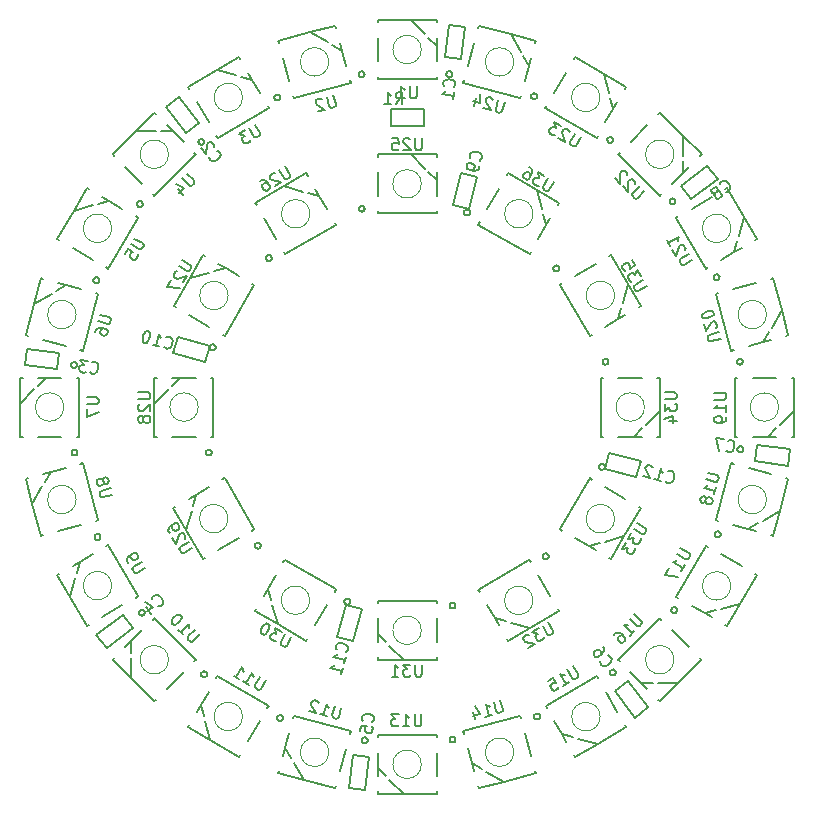
<source format=gbr>
G04 #@! TF.FileFunction,Legend,Bot*
%FSLAX46Y46*%
G04 Gerber Fmt 4.6, Leading zero omitted, Abs format (unit mm)*
G04 Created by KiCad (PCBNEW 4.0.7) date Tuesday, April 03, 2018 'AMt' 10:26:05 AM*
%MOMM*%
%LPD*%
G01*
G04 APERTURE LIST*
%ADD10C,0.100000*%
%ADD11C,0.127000*%
%ADD12C,0.063500*%
%ADD13C,0.152400*%
G04 APERTURE END LIST*
D10*
D11*
X103579848Y-69568739D02*
X102194799Y-69386394D01*
X102194799Y-69386394D02*
X102560152Y-66611261D01*
X102560152Y-66611261D02*
X103945201Y-66793606D01*
X103945201Y-66793606D02*
X103579848Y-69568739D01*
X81426143Y-74955110D02*
X80317829Y-75805550D01*
X80317829Y-75805550D02*
X78613857Y-73584890D01*
X78613857Y-73584890D02*
X79722171Y-72734450D01*
X79722171Y-72734450D02*
X81426143Y-74955110D01*
X69568739Y-94420152D02*
X69386394Y-95805201D01*
X69386394Y-95805201D02*
X66611261Y-95439848D01*
X66611261Y-95439848D02*
X66793606Y-94054799D01*
X66793606Y-94054799D02*
X69568739Y-94420152D01*
X74925110Y-116573857D02*
X75775550Y-117682171D01*
X75775550Y-117682171D02*
X73554890Y-119386143D01*
X73554890Y-119386143D02*
X72704450Y-118277829D01*
X72704450Y-118277829D02*
X74925110Y-116573857D01*
X94410152Y-128441261D02*
X95795201Y-128623606D01*
X95795201Y-128623606D02*
X95429848Y-131398739D01*
X95429848Y-131398739D02*
X94044799Y-131216394D01*
X94044799Y-131216394D02*
X94410152Y-128441261D01*
X116583857Y-123064890D02*
X117692171Y-122214450D01*
X117692171Y-122214450D02*
X119396143Y-124435110D01*
X119396143Y-124435110D02*
X118287829Y-125285550D01*
X118287829Y-125285550D02*
X116583857Y-123064890D01*
X128451261Y-103589848D02*
X128633606Y-102204799D01*
X128633606Y-102204799D02*
X131408739Y-102570152D01*
X131408739Y-102570152D02*
X131226394Y-103955201D01*
X131226394Y-103955201D02*
X128451261Y-103589848D01*
X123064890Y-81426143D02*
X122214450Y-80317829D01*
X122214450Y-80317829D02*
X124435110Y-78613857D01*
X124435110Y-78613857D02*
X125285550Y-79722171D01*
X125285550Y-79722171D02*
X123064890Y-81426143D01*
X104212472Y-82262637D02*
X102863073Y-81901067D01*
X102863073Y-81901067D02*
X103587528Y-79197363D01*
X103587528Y-79197363D02*
X104936927Y-79558933D01*
X104936927Y-79558933D02*
X104212472Y-82262637D01*
X82282637Y-93797528D02*
X81921067Y-95146927D01*
X81921067Y-95146927D02*
X79217363Y-94422472D01*
X79217363Y-94422472D02*
X79578933Y-93073073D01*
X79578933Y-93073073D02*
X82282637Y-93797528D01*
X93797528Y-115727363D02*
X95146927Y-116088933D01*
X95146927Y-116088933D02*
X94422472Y-118792637D01*
X94422472Y-118792637D02*
X93073073Y-118431067D01*
X93073073Y-118431067D02*
X93797528Y-115727363D01*
X115717363Y-104202472D02*
X116078933Y-102853073D01*
X116078933Y-102853073D02*
X118782637Y-103577528D01*
X118782637Y-103577528D02*
X118421067Y-104926927D01*
X118421067Y-104926927D02*
X115717363Y-104202472D01*
X100399540Y-73801500D02*
X100399540Y-75198500D01*
X100399540Y-75198500D02*
X97600460Y-75198500D01*
X97600460Y-75198500D02*
X97600460Y-73801500D01*
X97600460Y-73801500D02*
X100399540Y-73801500D01*
X96500640Y-71229360D02*
X101499360Y-71229360D01*
X101499360Y-71229360D02*
X101499360Y-71028700D01*
X101499360Y-69728220D02*
X101499360Y-68430280D01*
X101499360Y-68430280D02*
X101499360Y-67731780D01*
X101499360Y-66431300D02*
X101499360Y-66230640D01*
X101499360Y-66230640D02*
X99299720Y-66230640D01*
X99299720Y-66230640D02*
X96500640Y-66230640D01*
X96500640Y-66230640D02*
X96500640Y-66431300D01*
X96500640Y-67731780D02*
X96500640Y-69728220D01*
X96500640Y-71028700D02*
X96500640Y-71229360D01*
X101499360Y-68430280D02*
X100798320Y-67731780D01*
X100498600Y-67432060D02*
X99299720Y-66230640D01*
X94900440Y-70825500D02*
X94910600Y-70762000D01*
X94910600Y-70762000D02*
X94933460Y-70701040D01*
X94933460Y-70701040D02*
X94974100Y-70650240D01*
X94974100Y-70650240D02*
X95024900Y-70612140D01*
X95024900Y-70612140D02*
X95083320Y-70586740D01*
X95083320Y-70586740D02*
X95146820Y-70579120D01*
X95146820Y-70579120D02*
X95212860Y-70586740D01*
X95212860Y-70586740D02*
X95273820Y-70612140D01*
X95273820Y-70612140D02*
X95327160Y-70652780D01*
X95327160Y-70652780D02*
X95367800Y-70706120D01*
X95367800Y-70706120D02*
X95393200Y-70767080D01*
X95393200Y-70767080D02*
X95400820Y-70833120D01*
X95400820Y-70833120D02*
X95393200Y-70896620D01*
X95393200Y-70896620D02*
X95367800Y-70955040D01*
X95367800Y-70955040D02*
X95329700Y-71005840D01*
X95329700Y-71005840D02*
X95278900Y-71046480D01*
X95278900Y-71046480D02*
X95217940Y-71069340D01*
X95217940Y-71069340D02*
X95154440Y-71079500D01*
X95154440Y-71079500D02*
X95088400Y-71069340D01*
X95088400Y-71069340D02*
X95027440Y-71043940D01*
X95027440Y-71043940D02*
X94976640Y-71003300D01*
X94976640Y-71003300D02*
X94936000Y-70952500D01*
X94936000Y-70952500D02*
X94910600Y-70891540D01*
X94910600Y-70891540D02*
X94900440Y-70825500D01*
D12*
X100203354Y-68730000D02*
G75*
G03X100203354Y-68730000I-1203354J0D01*
G01*
D11*
X89400906Y-72832522D02*
X94229298Y-71538758D01*
X94229298Y-71538758D02*
X94177364Y-71344936D01*
X93840775Y-70088769D02*
X93504843Y-68835055D01*
X93504843Y-68835055D02*
X93324058Y-68160356D01*
X92987469Y-66904188D02*
X92935534Y-66710366D01*
X92935534Y-66710366D02*
X90810845Y-67279674D01*
X90810845Y-67279674D02*
X88107142Y-68004130D01*
X88107142Y-68004130D02*
X88159076Y-68197952D01*
X88495665Y-69454119D02*
X89012382Y-71382532D01*
X89348971Y-72638700D02*
X89400906Y-72832522D01*
X93504843Y-68835055D02*
X92646905Y-68341798D01*
X92279825Y-68129864D02*
X90810845Y-67279674D01*
X87750704Y-72856586D02*
X87744083Y-72792620D01*
X87744083Y-72792620D02*
X87750387Y-72727820D01*
X87750387Y-72727820D02*
X87776494Y-72668233D01*
X87776494Y-72668233D02*
X87815702Y-72618283D01*
X87815702Y-72618283D02*
X87865557Y-72578628D01*
X87865557Y-72578628D02*
X87924921Y-72554833D01*
X87924921Y-72554833D02*
X87990683Y-72545101D01*
X87990683Y-72545101D02*
X88056140Y-72553858D01*
X88056140Y-72553858D02*
X88118181Y-72579308D01*
X88118181Y-72579308D02*
X88171242Y-72620312D01*
X88171242Y-72620312D02*
X88211554Y-72672621D01*
X88211554Y-72672621D02*
X88236007Y-72734438D01*
X88236007Y-72734438D02*
X88245081Y-72797747D01*
X88245081Y-72797747D02*
X88235667Y-72860750D01*
X88235667Y-72860750D02*
X88212013Y-72919680D01*
X88212013Y-72919680D02*
X88173463Y-72972083D01*
X88173463Y-72972083D02*
X88120496Y-73009942D01*
X88120496Y-73009942D02*
X88061790Y-73036191D01*
X88061790Y-73036191D02*
X87995370Y-73043469D01*
X87995370Y-73043469D02*
X87929913Y-73034713D01*
X87929913Y-73034713D02*
X87870326Y-73008605D01*
X87870326Y-73008605D02*
X87817923Y-72970055D01*
X87817923Y-72970055D02*
X87777611Y-72917746D01*
X87777611Y-72917746D02*
X87750704Y-72856586D01*
D12*
X92371574Y-69771444D02*
G75*
G03X92371574Y-69771444I-1203354J0D01*
G01*
D11*
X82955171Y-76204189D02*
X87284189Y-73704829D01*
X87284189Y-73704829D02*
X87183859Y-73531053D01*
X86533619Y-72404804D02*
X85884649Y-71280755D01*
X85884649Y-71280755D02*
X85535399Y-70675836D01*
X84885159Y-69549587D02*
X84784829Y-69375811D01*
X84784829Y-69375811D02*
X82879885Y-70475631D01*
X82879885Y-70475631D02*
X80455811Y-71875171D01*
X80455811Y-71875171D02*
X80556141Y-72048947D01*
X81206381Y-73175196D02*
X82204601Y-74904164D01*
X82854841Y-76030413D02*
X82955171Y-76204189D01*
X85884649Y-71280755D02*
X84928281Y-71026356D01*
X84518856Y-70916651D02*
X82879885Y-70475631D01*
X81367427Y-76654536D02*
X81344476Y-76594464D01*
X81344476Y-76594464D02*
X81333793Y-76530241D01*
X81333793Y-76530241D02*
X81343588Y-76465927D01*
X81343588Y-76465927D02*
X81368532Y-76407531D01*
X81368532Y-76407531D02*
X81406426Y-76356324D01*
X81406426Y-76356324D02*
X81457608Y-76317975D01*
X81457608Y-76317975D02*
X81518611Y-76291554D01*
X81518611Y-76291554D02*
X81584103Y-76283071D01*
X81584103Y-76283071D02*
X81650617Y-76291596D01*
X81650617Y-76291596D02*
X81712483Y-76317470D01*
X81712483Y-76317470D02*
X81764960Y-76357563D01*
X81764960Y-76357563D02*
X81804579Y-76410945D01*
X81804579Y-76410945D02*
X81829730Y-76469748D01*
X81829730Y-76469748D02*
X81836943Y-76533041D01*
X81836943Y-76533041D02*
X81829347Y-76596085D01*
X81829347Y-76596085D02*
X81805673Y-76656681D01*
X81805673Y-76656681D02*
X81764310Y-76706958D01*
X81764310Y-76706958D02*
X81714397Y-76747507D01*
X81714397Y-76747507D02*
X81652125Y-76771728D01*
X81652125Y-76771728D02*
X81586632Y-76780211D01*
X81586632Y-76780211D02*
X81522318Y-76770416D01*
X81522318Y-76770416D02*
X81461723Y-76746741D01*
X81461723Y-76746741D02*
X81409246Y-76706649D01*
X81409246Y-76706649D02*
X81367427Y-76654536D01*
D12*
X85073354Y-72790000D02*
G75*
G03X85073354Y-72790000I-1203354J0D01*
G01*
D11*
X77600000Y-81134629D02*
X81134629Y-77600000D01*
X81134629Y-77600000D02*
X80992741Y-77458112D01*
X80073163Y-76538534D02*
X79155380Y-75620752D01*
X79155380Y-75620752D02*
X78661466Y-75126837D01*
X77741888Y-74207259D02*
X77600000Y-74065371D01*
X77600000Y-74065371D02*
X76044620Y-75620752D01*
X76044620Y-75620752D02*
X74065371Y-77600000D01*
X74065371Y-77600000D02*
X74207259Y-77741888D01*
X75126837Y-78661466D02*
X76538534Y-80073163D01*
X77458112Y-80992741D02*
X77600000Y-81134629D01*
X79155380Y-75620752D02*
X78165756Y-75622548D01*
X77741888Y-75622548D02*
X76044620Y-75620752D01*
X76182916Y-81980569D02*
X76145199Y-81928483D01*
X76145199Y-81928483D02*
X76118258Y-81869214D01*
X76118258Y-81869214D02*
X76111074Y-81804556D01*
X76111074Y-81804556D02*
X76120054Y-81741694D01*
X76120054Y-81741694D02*
X76143402Y-81682424D01*
X76143402Y-81682424D02*
X76182916Y-81632135D01*
X76182916Y-81632135D02*
X76235001Y-81590826D01*
X76235001Y-81590826D02*
X76296067Y-81565681D01*
X76296067Y-81565681D02*
X76362521Y-81556701D01*
X76362521Y-81556701D02*
X76428975Y-81565681D01*
X76428975Y-81565681D02*
X76490040Y-81590826D01*
X76490040Y-81590826D02*
X76542126Y-81632135D01*
X76542126Y-81632135D02*
X76581639Y-81682424D01*
X76581639Y-81682424D02*
X76604988Y-81741694D01*
X76604988Y-81741694D02*
X76613968Y-81804556D01*
X76613968Y-81804556D02*
X76606784Y-81869214D01*
X76606784Y-81869214D02*
X76579843Y-81928483D01*
X76579843Y-81928483D02*
X76542126Y-81980569D01*
X76542126Y-81980569D02*
X76488244Y-82020082D01*
X76488244Y-82020082D02*
X76427179Y-82045227D01*
X76427179Y-82045227D02*
X76362521Y-82052411D01*
X76362521Y-82052411D02*
X76297863Y-82045227D01*
X76297863Y-82045227D02*
X76236797Y-82020082D01*
X76236797Y-82020082D02*
X76182916Y-81980569D01*
D12*
X78803354Y-77600000D02*
G75*
G03X78803354Y-77600000I-1203354J0D01*
G01*
D11*
X73704829Y-87284189D02*
X76204189Y-82955171D01*
X76204189Y-82955171D02*
X76030413Y-82854841D01*
X74904164Y-82204601D02*
X73780115Y-81555631D01*
X73780115Y-81555631D02*
X73175196Y-81206381D01*
X72048947Y-80556141D02*
X71875171Y-80455811D01*
X71875171Y-80455811D02*
X70775351Y-82360755D01*
X70775351Y-82360755D02*
X69375811Y-84784829D01*
X69375811Y-84784829D02*
X69549587Y-84885159D01*
X70675836Y-85535399D02*
X72404804Y-86533619D01*
X73531053Y-87183859D02*
X73704829Y-87284189D01*
X73780115Y-81555631D02*
X72824676Y-81813499D01*
X72415251Y-81923204D02*
X70775351Y-82360755D01*
X72554976Y-88468073D02*
X72505064Y-88427524D01*
X72505064Y-88427524D02*
X72463701Y-88377247D01*
X72463701Y-88377247D02*
X72440027Y-88316652D01*
X72440027Y-88316652D02*
X72432431Y-88253608D01*
X72432431Y-88253608D02*
X72439644Y-88190314D01*
X72439644Y-88190314D02*
X72464795Y-88131512D01*
X72464795Y-88131512D02*
X72504414Y-88078129D01*
X72504414Y-88078129D02*
X72556891Y-88038037D01*
X72556891Y-88038037D02*
X72618756Y-88012163D01*
X72618756Y-88012163D02*
X72685270Y-88003637D01*
X72685270Y-88003637D02*
X72750763Y-88012120D01*
X72750763Y-88012120D02*
X72811765Y-88038541D01*
X72811765Y-88038541D02*
X72862948Y-88076890D01*
X72862948Y-88076890D02*
X72900841Y-88128097D01*
X72900841Y-88128097D02*
X72925785Y-88186493D01*
X72925785Y-88186493D02*
X72935581Y-88250807D01*
X72935581Y-88250807D02*
X72924898Y-88315030D01*
X72924898Y-88315030D02*
X72901947Y-88375103D01*
X72901947Y-88375103D02*
X72860128Y-88427215D01*
X72860128Y-88427215D02*
X72807651Y-88467308D01*
X72807651Y-88467308D02*
X72747056Y-88490982D01*
X72747056Y-88490982D02*
X72682741Y-88500777D01*
X72682741Y-88500777D02*
X72617249Y-88492294D01*
X72617249Y-88492294D02*
X72554976Y-88468073D01*
D12*
X73993354Y-83870000D02*
G75*
G03X73993354Y-83870000I-1203354J0D01*
G01*
D11*
X71537314Y-94231078D02*
X72831078Y-89402686D01*
X72831078Y-89402686D02*
X72637256Y-89350751D01*
X71381088Y-89014162D02*
X70127375Y-88678230D01*
X70127375Y-88678230D02*
X69452675Y-88497445D01*
X68196508Y-88160856D02*
X68002686Y-88108922D01*
X68002686Y-88108922D02*
X67433377Y-90233611D01*
X67433377Y-90233611D02*
X66708922Y-92937314D01*
X66708922Y-92937314D02*
X66902744Y-92989249D01*
X68158912Y-93325838D02*
X70087325Y-93842555D01*
X71343492Y-94179144D02*
X71537314Y-94231078D01*
X70127375Y-88678230D02*
X69271233Y-89174598D01*
X68904152Y-89386532D02*
X67433377Y-90233611D01*
X70733053Y-95672226D02*
X70674347Y-95645977D01*
X70674347Y-95645977D02*
X70621380Y-95608119D01*
X70621380Y-95608119D02*
X70582830Y-95555715D01*
X70582830Y-95555715D02*
X70559176Y-95496785D01*
X70559176Y-95496785D02*
X70549762Y-95433782D01*
X70549762Y-95433782D02*
X70558836Y-95370474D01*
X70558836Y-95370474D02*
X70583289Y-95308656D01*
X70583289Y-95308656D02*
X70623601Y-95256347D01*
X70623601Y-95256347D02*
X70676662Y-95215343D01*
X70676662Y-95215343D02*
X70738703Y-95189893D01*
X70738703Y-95189893D02*
X70804160Y-95181136D01*
X70804160Y-95181136D02*
X70869922Y-95190868D01*
X70869922Y-95190868D02*
X70929286Y-95214664D01*
X70929286Y-95214664D02*
X70979141Y-95254319D01*
X70979141Y-95254319D02*
X71018349Y-95304268D01*
X71018349Y-95304268D02*
X71044456Y-95363856D01*
X71044456Y-95363856D02*
X71050760Y-95428655D01*
X71050760Y-95428655D02*
X71044139Y-95492621D01*
X71044139Y-95492621D02*
X71017232Y-95553781D01*
X71017232Y-95553781D02*
X70976920Y-95606090D01*
X70976920Y-95606090D02*
X70924517Y-95644641D01*
X70924517Y-95644641D02*
X70864930Y-95670748D01*
X70864930Y-95670748D02*
X70799473Y-95679505D01*
X70799473Y-95679505D02*
X70733053Y-95672226D01*
D12*
X70973354Y-91170000D02*
G75*
G03X70973354Y-91170000I-1203354J0D01*
G01*
D11*
X71239360Y-101499360D02*
X71239360Y-96500640D01*
X71239360Y-96500640D02*
X71038700Y-96500640D01*
X69738220Y-96500640D02*
X68440280Y-96500640D01*
X68440280Y-96500640D02*
X67741780Y-96500640D01*
X66441300Y-96500640D02*
X66240640Y-96500640D01*
X66240640Y-96500640D02*
X66240640Y-98700280D01*
X66240640Y-98700280D02*
X66240640Y-101499360D01*
X66240640Y-101499360D02*
X66441300Y-101499360D01*
X67741780Y-101499360D02*
X69738220Y-101499360D01*
X71038700Y-101499360D02*
X71239360Y-101499360D01*
X68440280Y-96500640D02*
X67741780Y-97201680D01*
X67442060Y-97501400D02*
X66240640Y-98700280D01*
X70835500Y-103099560D02*
X70772000Y-103089400D01*
X70772000Y-103089400D02*
X70711040Y-103066540D01*
X70711040Y-103066540D02*
X70660240Y-103025900D01*
X70660240Y-103025900D02*
X70622140Y-102975100D01*
X70622140Y-102975100D02*
X70596740Y-102916680D01*
X70596740Y-102916680D02*
X70589120Y-102853180D01*
X70589120Y-102853180D02*
X70596740Y-102787140D01*
X70596740Y-102787140D02*
X70622140Y-102726180D01*
X70622140Y-102726180D02*
X70662780Y-102672840D01*
X70662780Y-102672840D02*
X70716120Y-102632200D01*
X70716120Y-102632200D02*
X70777080Y-102606800D01*
X70777080Y-102606800D02*
X70843120Y-102599180D01*
X70843120Y-102599180D02*
X70906620Y-102606800D01*
X70906620Y-102606800D02*
X70965040Y-102632200D01*
X70965040Y-102632200D02*
X71015840Y-102670300D01*
X71015840Y-102670300D02*
X71056480Y-102721100D01*
X71056480Y-102721100D02*
X71079340Y-102782060D01*
X71079340Y-102782060D02*
X71089500Y-102845560D01*
X71089500Y-102845560D02*
X71079340Y-102911600D01*
X71079340Y-102911600D02*
X71053940Y-102972560D01*
X71053940Y-102972560D02*
X71013300Y-103023360D01*
X71013300Y-103023360D02*
X70962500Y-103064000D01*
X70962500Y-103064000D02*
X70901540Y-103089400D01*
X70901540Y-103089400D02*
X70835500Y-103099560D01*
D12*
X69943354Y-99000000D02*
G75*
G03X69943354Y-99000000I-1203354J0D01*
G01*
D11*
X72831078Y-108597314D02*
X71537314Y-103768922D01*
X71537314Y-103768922D02*
X71343492Y-103820856D01*
X70087325Y-104157445D02*
X68833611Y-104493377D01*
X68833611Y-104493377D02*
X68158912Y-104674162D01*
X66902744Y-105010751D02*
X66708922Y-105062686D01*
X66708922Y-105062686D02*
X67278230Y-107187375D01*
X67278230Y-107187375D02*
X68002686Y-109891078D01*
X68002686Y-109891078D02*
X68196508Y-109839144D01*
X69452675Y-109502555D02*
X71381088Y-108985838D01*
X72637256Y-108649249D02*
X72831078Y-108597314D01*
X68833611Y-104493377D02*
X68340354Y-105351315D01*
X68128420Y-105718395D02*
X67278230Y-107187375D01*
X72855142Y-110247516D02*
X72791176Y-110254137D01*
X72791176Y-110254137D02*
X72726376Y-110247833D01*
X72726376Y-110247833D02*
X72666789Y-110221726D01*
X72666789Y-110221726D02*
X72616839Y-110182518D01*
X72616839Y-110182518D02*
X72577184Y-110132663D01*
X72577184Y-110132663D02*
X72553389Y-110073299D01*
X72553389Y-110073299D02*
X72543657Y-110007537D01*
X72543657Y-110007537D02*
X72552414Y-109942080D01*
X72552414Y-109942080D02*
X72577864Y-109880039D01*
X72577864Y-109880039D02*
X72618868Y-109826978D01*
X72618868Y-109826978D02*
X72671177Y-109786666D01*
X72671177Y-109786666D02*
X72732994Y-109762213D01*
X72732994Y-109762213D02*
X72796303Y-109753139D01*
X72796303Y-109753139D02*
X72859306Y-109762553D01*
X72859306Y-109762553D02*
X72918236Y-109786207D01*
X72918236Y-109786207D02*
X72970639Y-109824757D01*
X72970639Y-109824757D02*
X73008498Y-109877724D01*
X73008498Y-109877724D02*
X73034747Y-109936430D01*
X73034747Y-109936430D02*
X73042025Y-110002850D01*
X73042025Y-110002850D02*
X73033269Y-110068307D01*
X73033269Y-110068307D02*
X73007161Y-110127894D01*
X73007161Y-110127894D02*
X72968611Y-110180297D01*
X72968611Y-110180297D02*
X72916302Y-110220609D01*
X72916302Y-110220609D02*
X72855142Y-110247516D01*
D12*
X70973354Y-106830000D02*
G75*
G03X70973354Y-106830000I-1203354J0D01*
G01*
D11*
X76204189Y-115034829D02*
X73704829Y-110705811D01*
X73704829Y-110705811D02*
X73531053Y-110806141D01*
X72404804Y-111456381D02*
X71280755Y-112105351D01*
X71280755Y-112105351D02*
X70675836Y-112454601D01*
X69549587Y-113104841D02*
X69375811Y-113205171D01*
X69375811Y-113205171D02*
X70475631Y-115110115D01*
X70475631Y-115110115D02*
X71875171Y-117534189D01*
X71875171Y-117534189D02*
X72048947Y-117433859D01*
X73175196Y-116783619D02*
X74904164Y-115785399D01*
X76030413Y-115135159D02*
X76204189Y-115034829D01*
X71280755Y-112105351D02*
X71026356Y-113061719D01*
X70916651Y-113471144D02*
X70475631Y-115110115D01*
X76654536Y-116622573D02*
X76594464Y-116645524D01*
X76594464Y-116645524D02*
X76530241Y-116656207D01*
X76530241Y-116656207D02*
X76465927Y-116646412D01*
X76465927Y-116646412D02*
X76407531Y-116621468D01*
X76407531Y-116621468D02*
X76356324Y-116583574D01*
X76356324Y-116583574D02*
X76317975Y-116532392D01*
X76317975Y-116532392D02*
X76291554Y-116471389D01*
X76291554Y-116471389D02*
X76283071Y-116405897D01*
X76283071Y-116405897D02*
X76291596Y-116339383D01*
X76291596Y-116339383D02*
X76317470Y-116277517D01*
X76317470Y-116277517D02*
X76357563Y-116225040D01*
X76357563Y-116225040D02*
X76410945Y-116185421D01*
X76410945Y-116185421D02*
X76469748Y-116160270D01*
X76469748Y-116160270D02*
X76533041Y-116153057D01*
X76533041Y-116153057D02*
X76596085Y-116160653D01*
X76596085Y-116160653D02*
X76656681Y-116184327D01*
X76656681Y-116184327D02*
X76706958Y-116225690D01*
X76706958Y-116225690D02*
X76747507Y-116275603D01*
X76747507Y-116275603D02*
X76771728Y-116337875D01*
X76771728Y-116337875D02*
X76780211Y-116403368D01*
X76780211Y-116403368D02*
X76770416Y-116467682D01*
X76770416Y-116467682D02*
X76746741Y-116528277D01*
X76746741Y-116528277D02*
X76706649Y-116580754D01*
X76706649Y-116580754D02*
X76654536Y-116622573D01*
D12*
X73993354Y-114120000D02*
G75*
G03X73993354Y-114120000I-1203354J0D01*
G01*
D11*
X81134629Y-120390000D02*
X77600000Y-116855371D01*
X77600000Y-116855371D02*
X77458112Y-116997259D01*
X76538534Y-117916837D02*
X75620752Y-118834620D01*
X75620752Y-118834620D02*
X75126837Y-119328534D01*
X74207259Y-120248112D02*
X74065371Y-120390000D01*
X74065371Y-120390000D02*
X75620752Y-121945380D01*
X75620752Y-121945380D02*
X77600000Y-123924629D01*
X77600000Y-123924629D02*
X77741888Y-123782741D01*
X78661466Y-122863163D02*
X80073163Y-121451466D01*
X80992741Y-120531888D02*
X81134629Y-120390000D01*
X75620752Y-118834620D02*
X75622548Y-119824244D01*
X75622548Y-120248112D02*
X75620752Y-121945380D01*
X81980569Y-121807084D02*
X81928483Y-121844801D01*
X81928483Y-121844801D02*
X81869214Y-121871742D01*
X81869214Y-121871742D02*
X81804556Y-121878926D01*
X81804556Y-121878926D02*
X81741694Y-121869946D01*
X81741694Y-121869946D02*
X81682424Y-121846598D01*
X81682424Y-121846598D02*
X81632135Y-121807084D01*
X81632135Y-121807084D02*
X81590826Y-121754999D01*
X81590826Y-121754999D02*
X81565681Y-121693933D01*
X81565681Y-121693933D02*
X81556701Y-121627479D01*
X81556701Y-121627479D02*
X81565681Y-121561025D01*
X81565681Y-121561025D02*
X81590826Y-121499960D01*
X81590826Y-121499960D02*
X81632135Y-121447874D01*
X81632135Y-121447874D02*
X81682424Y-121408361D01*
X81682424Y-121408361D02*
X81741694Y-121385012D01*
X81741694Y-121385012D02*
X81804556Y-121376032D01*
X81804556Y-121376032D02*
X81869214Y-121383216D01*
X81869214Y-121383216D02*
X81928483Y-121410157D01*
X81928483Y-121410157D02*
X81980569Y-121447874D01*
X81980569Y-121447874D02*
X82020082Y-121501756D01*
X82020082Y-121501756D02*
X82045227Y-121562821D01*
X82045227Y-121562821D02*
X82052411Y-121627479D01*
X82052411Y-121627479D02*
X82045227Y-121692137D01*
X82045227Y-121692137D02*
X82020082Y-121753203D01*
X82020082Y-121753203D02*
X81980569Y-121807084D01*
D12*
X78803354Y-120390000D02*
G75*
G03X78803354Y-120390000I-1203354J0D01*
G01*
D11*
X87274189Y-124285171D02*
X82945171Y-121785811D01*
X82945171Y-121785811D02*
X82844841Y-121959587D01*
X82194601Y-123085836D02*
X81545631Y-124209885D01*
X81545631Y-124209885D02*
X81196381Y-124814804D01*
X80546141Y-125941053D02*
X80445811Y-126114829D01*
X80445811Y-126114829D02*
X82350755Y-127214649D01*
X82350755Y-127214649D02*
X84774829Y-128614189D01*
X84774829Y-128614189D02*
X84875159Y-128440413D01*
X85525399Y-127314164D02*
X86523619Y-125585196D01*
X87173859Y-124458947D02*
X87274189Y-124285171D01*
X81545631Y-124209885D02*
X81803499Y-125165324D01*
X81913204Y-125574749D02*
X82350755Y-127214649D01*
X88458073Y-125435024D02*
X88417524Y-125484936D01*
X88417524Y-125484936D02*
X88367247Y-125526299D01*
X88367247Y-125526299D02*
X88306652Y-125549973D01*
X88306652Y-125549973D02*
X88243608Y-125557569D01*
X88243608Y-125557569D02*
X88180314Y-125550356D01*
X88180314Y-125550356D02*
X88121512Y-125525205D01*
X88121512Y-125525205D02*
X88068129Y-125485586D01*
X88068129Y-125485586D02*
X88028037Y-125433109D01*
X88028037Y-125433109D02*
X88002163Y-125371244D01*
X88002163Y-125371244D02*
X87993637Y-125304730D01*
X87993637Y-125304730D02*
X88002120Y-125239237D01*
X88002120Y-125239237D02*
X88028541Y-125178235D01*
X88028541Y-125178235D02*
X88066890Y-125127052D01*
X88066890Y-125127052D02*
X88118097Y-125089159D01*
X88118097Y-125089159D02*
X88176493Y-125064215D01*
X88176493Y-125064215D02*
X88240807Y-125054419D01*
X88240807Y-125054419D02*
X88305030Y-125065102D01*
X88305030Y-125065102D02*
X88365103Y-125088053D01*
X88365103Y-125088053D02*
X88417215Y-125129872D01*
X88417215Y-125129872D02*
X88457308Y-125182349D01*
X88457308Y-125182349D02*
X88480982Y-125242944D01*
X88480982Y-125242944D02*
X88490777Y-125307259D01*
X88490777Y-125307259D02*
X88482294Y-125372751D01*
X88482294Y-125372751D02*
X88458073Y-125435024D01*
D12*
X85063354Y-125200000D02*
G75*
G03X85063354Y-125200000I-1203354J0D01*
G01*
D11*
X94231078Y-126462686D02*
X89402686Y-125168922D01*
X89402686Y-125168922D02*
X89350751Y-125362744D01*
X89014162Y-126618912D02*
X88678230Y-127872625D01*
X88678230Y-127872625D02*
X88497445Y-128547325D01*
X88160856Y-129803492D02*
X88108922Y-129997314D01*
X88108922Y-129997314D02*
X90233611Y-130566623D01*
X90233611Y-130566623D02*
X92937314Y-131291078D01*
X92937314Y-131291078D02*
X92989249Y-131097256D01*
X93325838Y-129841088D02*
X93842555Y-127912675D01*
X94179144Y-126656508D02*
X94231078Y-126462686D01*
X88678230Y-127872625D02*
X89174598Y-128728767D01*
X89386532Y-129095848D02*
X90233611Y-130566623D01*
X95672226Y-127266947D02*
X95645977Y-127325653D01*
X95645977Y-127325653D02*
X95608119Y-127378620D01*
X95608119Y-127378620D02*
X95555715Y-127417170D01*
X95555715Y-127417170D02*
X95496785Y-127440824D01*
X95496785Y-127440824D02*
X95433782Y-127450238D01*
X95433782Y-127450238D02*
X95370474Y-127441164D01*
X95370474Y-127441164D02*
X95308656Y-127416711D01*
X95308656Y-127416711D02*
X95256347Y-127376399D01*
X95256347Y-127376399D02*
X95215343Y-127323338D01*
X95215343Y-127323338D02*
X95189893Y-127261297D01*
X95189893Y-127261297D02*
X95181136Y-127195840D01*
X95181136Y-127195840D02*
X95190868Y-127130078D01*
X95190868Y-127130078D02*
X95214664Y-127070714D01*
X95214664Y-127070714D02*
X95254319Y-127020859D01*
X95254319Y-127020859D02*
X95304268Y-126981651D01*
X95304268Y-126981651D02*
X95363856Y-126955544D01*
X95363856Y-126955544D02*
X95428655Y-126949240D01*
X95428655Y-126949240D02*
X95492621Y-126955861D01*
X95492621Y-126955861D02*
X95553781Y-126982768D01*
X95553781Y-126982768D02*
X95606090Y-127023080D01*
X95606090Y-127023080D02*
X95644641Y-127075483D01*
X95644641Y-127075483D02*
X95670748Y-127135070D01*
X95670748Y-127135070D02*
X95679505Y-127200527D01*
X95679505Y-127200527D02*
X95672226Y-127266947D01*
D12*
X92373354Y-128230000D02*
G75*
G03X92373354Y-128230000I-1203354J0D01*
G01*
D11*
X101499360Y-126750640D02*
X96500640Y-126750640D01*
X96500640Y-126750640D02*
X96500640Y-126951300D01*
X96500640Y-128251780D02*
X96500640Y-129549720D01*
X96500640Y-129549720D02*
X96500640Y-130248220D01*
X96500640Y-131548700D02*
X96500640Y-131749360D01*
X96500640Y-131749360D02*
X98700280Y-131749360D01*
X98700280Y-131749360D02*
X101499360Y-131749360D01*
X101499360Y-131749360D02*
X101499360Y-131548700D01*
X101499360Y-130248220D02*
X101499360Y-128251780D01*
X101499360Y-126951300D02*
X101499360Y-126750640D01*
X96500640Y-129549720D02*
X97201680Y-130248220D01*
X97501400Y-130547940D02*
X98700280Y-131749360D01*
X103099560Y-127154500D02*
X103089400Y-127218000D01*
X103089400Y-127218000D02*
X103066540Y-127278960D01*
X103066540Y-127278960D02*
X103025900Y-127329760D01*
X103025900Y-127329760D02*
X102975100Y-127367860D01*
X102975100Y-127367860D02*
X102916680Y-127393260D01*
X102916680Y-127393260D02*
X102853180Y-127400880D01*
X102853180Y-127400880D02*
X102787140Y-127393260D01*
X102787140Y-127393260D02*
X102726180Y-127367860D01*
X102726180Y-127367860D02*
X102672840Y-127327220D01*
X102672840Y-127327220D02*
X102632200Y-127273880D01*
X102632200Y-127273880D02*
X102606800Y-127212920D01*
X102606800Y-127212920D02*
X102599180Y-127146880D01*
X102599180Y-127146880D02*
X102606800Y-127083380D01*
X102606800Y-127083380D02*
X102632200Y-127024960D01*
X102632200Y-127024960D02*
X102670300Y-126974160D01*
X102670300Y-126974160D02*
X102721100Y-126933520D01*
X102721100Y-126933520D02*
X102782060Y-126910660D01*
X102782060Y-126910660D02*
X102845560Y-126900500D01*
X102845560Y-126900500D02*
X102911600Y-126910660D01*
X102911600Y-126910660D02*
X102972560Y-126936060D01*
X102972560Y-126936060D02*
X103023360Y-126976700D01*
X103023360Y-126976700D02*
X103064000Y-127027500D01*
X103064000Y-127027500D02*
X103089400Y-127088460D01*
X103089400Y-127088460D02*
X103099560Y-127154500D01*
D12*
X100203354Y-129250000D02*
G75*
G03X100203354Y-129250000I-1203354J0D01*
G01*
D11*
X108597314Y-125164946D02*
X103768922Y-126458710D01*
X103768922Y-126458710D02*
X103820856Y-126652532D01*
X104157445Y-127908699D02*
X104493377Y-129162413D01*
X104493377Y-129162413D02*
X104674162Y-129837112D01*
X105010751Y-131093280D02*
X105062686Y-131287102D01*
X105062686Y-131287102D02*
X107187375Y-130717794D01*
X107187375Y-130717794D02*
X109891078Y-129993338D01*
X109891078Y-129993338D02*
X109839144Y-129799516D01*
X109502555Y-128543349D02*
X108985838Y-126614936D01*
X108649249Y-125358768D02*
X108597314Y-125164946D01*
X104493377Y-129162413D02*
X105351315Y-129655670D01*
X105718395Y-129867604D02*
X107187375Y-130717794D01*
X110247516Y-125140882D02*
X110254137Y-125204848D01*
X110254137Y-125204848D02*
X110247833Y-125269648D01*
X110247833Y-125269648D02*
X110221726Y-125329235D01*
X110221726Y-125329235D02*
X110182518Y-125379185D01*
X110182518Y-125379185D02*
X110132663Y-125418840D01*
X110132663Y-125418840D02*
X110073299Y-125442635D01*
X110073299Y-125442635D02*
X110007537Y-125452367D01*
X110007537Y-125452367D02*
X109942080Y-125443610D01*
X109942080Y-125443610D02*
X109880039Y-125418160D01*
X109880039Y-125418160D02*
X109826978Y-125377156D01*
X109826978Y-125377156D02*
X109786666Y-125324847D01*
X109786666Y-125324847D02*
X109762213Y-125263030D01*
X109762213Y-125263030D02*
X109753139Y-125199721D01*
X109753139Y-125199721D02*
X109762553Y-125136718D01*
X109762553Y-125136718D02*
X109786207Y-125077788D01*
X109786207Y-125077788D02*
X109824757Y-125025385D01*
X109824757Y-125025385D02*
X109877724Y-124987526D01*
X109877724Y-124987526D02*
X109936430Y-124961277D01*
X109936430Y-124961277D02*
X110002850Y-124953999D01*
X110002850Y-124953999D02*
X110068307Y-124962755D01*
X110068307Y-124962755D02*
X110127894Y-124988863D01*
X110127894Y-124988863D02*
X110180297Y-125027413D01*
X110180297Y-125027413D02*
X110220609Y-125079722D01*
X110220609Y-125079722D02*
X110247516Y-125140882D01*
D12*
X108033354Y-128226024D02*
G75*
G03X108033354Y-128226024I-1203354J0D01*
G01*
D11*
X115054829Y-121795811D02*
X110725811Y-124295171D01*
X110725811Y-124295171D02*
X110826141Y-124468947D01*
X111476381Y-125595196D02*
X112125351Y-126719245D01*
X112125351Y-126719245D02*
X112474601Y-127324164D01*
X113124841Y-128450413D02*
X113225171Y-128624189D01*
X113225171Y-128624189D02*
X115130115Y-127524369D01*
X115130115Y-127524369D02*
X117554189Y-126124829D01*
X117554189Y-126124829D02*
X117453859Y-125951053D01*
X116803619Y-124824804D02*
X115805399Y-123095836D01*
X115155159Y-121969587D02*
X115054829Y-121795811D01*
X112125351Y-126719245D02*
X113081719Y-126973644D01*
X113491144Y-127083349D02*
X115130115Y-127524369D01*
X116642573Y-121345464D02*
X116665524Y-121405536D01*
X116665524Y-121405536D02*
X116676207Y-121469759D01*
X116676207Y-121469759D02*
X116666412Y-121534073D01*
X116666412Y-121534073D02*
X116641468Y-121592469D01*
X116641468Y-121592469D02*
X116603574Y-121643676D01*
X116603574Y-121643676D02*
X116552392Y-121682025D01*
X116552392Y-121682025D02*
X116491389Y-121708446D01*
X116491389Y-121708446D02*
X116425897Y-121716929D01*
X116425897Y-121716929D02*
X116359383Y-121708404D01*
X116359383Y-121708404D02*
X116297517Y-121682530D01*
X116297517Y-121682530D02*
X116245040Y-121642437D01*
X116245040Y-121642437D02*
X116205421Y-121589055D01*
X116205421Y-121589055D02*
X116180270Y-121530252D01*
X116180270Y-121530252D02*
X116173057Y-121466959D01*
X116173057Y-121466959D02*
X116180653Y-121403915D01*
X116180653Y-121403915D02*
X116204327Y-121343319D01*
X116204327Y-121343319D02*
X116245690Y-121293042D01*
X116245690Y-121293042D02*
X116295603Y-121252493D01*
X116295603Y-121252493D02*
X116357875Y-121228272D01*
X116357875Y-121228272D02*
X116423368Y-121219789D01*
X116423368Y-121219789D02*
X116487682Y-121229584D01*
X116487682Y-121229584D02*
X116548277Y-121253259D01*
X116548277Y-121253259D02*
X116600754Y-121293351D01*
X116600754Y-121293351D02*
X116642573Y-121345464D01*
D12*
X115343354Y-125210000D02*
G75*
G03X115343354Y-125210000I-1203354J0D01*
G01*
D11*
X120390000Y-116855371D02*
X116855371Y-120390000D01*
X116855371Y-120390000D02*
X116997259Y-120531888D01*
X117916837Y-121451466D02*
X118834620Y-122369248D01*
X118834620Y-122369248D02*
X119328534Y-122863163D01*
X120248112Y-123782741D02*
X120390000Y-123924629D01*
X120390000Y-123924629D02*
X121945380Y-122369248D01*
X121945380Y-122369248D02*
X123924629Y-120390000D01*
X123924629Y-120390000D02*
X123782741Y-120248112D01*
X122863163Y-119328534D02*
X121451466Y-117916837D01*
X120531888Y-116997259D02*
X120390000Y-116855371D01*
X118834620Y-122369248D02*
X119824244Y-122367452D01*
X120248112Y-122367452D02*
X121945380Y-122369248D01*
X121807084Y-116009431D02*
X121844801Y-116061517D01*
X121844801Y-116061517D02*
X121871742Y-116120786D01*
X121871742Y-116120786D02*
X121878926Y-116185444D01*
X121878926Y-116185444D02*
X121869946Y-116248306D01*
X121869946Y-116248306D02*
X121846598Y-116307576D01*
X121846598Y-116307576D02*
X121807084Y-116357865D01*
X121807084Y-116357865D02*
X121754999Y-116399174D01*
X121754999Y-116399174D02*
X121693933Y-116424319D01*
X121693933Y-116424319D02*
X121627479Y-116433299D01*
X121627479Y-116433299D02*
X121561025Y-116424319D01*
X121561025Y-116424319D02*
X121499960Y-116399174D01*
X121499960Y-116399174D02*
X121447874Y-116357865D01*
X121447874Y-116357865D02*
X121408361Y-116307576D01*
X121408361Y-116307576D02*
X121385012Y-116248306D01*
X121385012Y-116248306D02*
X121376032Y-116185444D01*
X121376032Y-116185444D02*
X121383216Y-116120786D01*
X121383216Y-116120786D02*
X121410157Y-116061517D01*
X121410157Y-116061517D02*
X121447874Y-116009431D01*
X121447874Y-116009431D02*
X121501756Y-115969918D01*
X121501756Y-115969918D02*
X121562821Y-115944773D01*
X121562821Y-115944773D02*
X121627479Y-115937589D01*
X121627479Y-115937589D02*
X121692137Y-115944773D01*
X121692137Y-115944773D02*
X121753203Y-115969918D01*
X121753203Y-115969918D02*
X121807084Y-116009431D01*
D12*
X121593354Y-120390000D02*
G75*
G03X121593354Y-120390000I-1203354J0D01*
G01*
D11*
X124295171Y-110725811D02*
X121795811Y-115054829D01*
X121795811Y-115054829D02*
X121969587Y-115155159D01*
X123095836Y-115805399D02*
X124219885Y-116454369D01*
X124219885Y-116454369D02*
X124824804Y-116803619D01*
X125951053Y-117453859D02*
X126124829Y-117554189D01*
X126124829Y-117554189D02*
X127224649Y-115649245D01*
X127224649Y-115649245D02*
X128624189Y-113225171D01*
X128624189Y-113225171D02*
X128450413Y-113124841D01*
X127324164Y-112474601D02*
X125595196Y-111476381D01*
X124468947Y-110826141D02*
X124295171Y-110725811D01*
X124219885Y-116454369D02*
X125175324Y-116196501D01*
X125584749Y-116086796D02*
X127224649Y-115649245D01*
X125445024Y-109541927D02*
X125494936Y-109582476D01*
X125494936Y-109582476D02*
X125536299Y-109632753D01*
X125536299Y-109632753D02*
X125559973Y-109693348D01*
X125559973Y-109693348D02*
X125567569Y-109756392D01*
X125567569Y-109756392D02*
X125560356Y-109819686D01*
X125560356Y-109819686D02*
X125535205Y-109878488D01*
X125535205Y-109878488D02*
X125495586Y-109931871D01*
X125495586Y-109931871D02*
X125443109Y-109971963D01*
X125443109Y-109971963D02*
X125381244Y-109997837D01*
X125381244Y-109997837D02*
X125314730Y-110006363D01*
X125314730Y-110006363D02*
X125249237Y-109997880D01*
X125249237Y-109997880D02*
X125188235Y-109971459D01*
X125188235Y-109971459D02*
X125137052Y-109933110D01*
X125137052Y-109933110D02*
X125099159Y-109881903D01*
X125099159Y-109881903D02*
X125074215Y-109823507D01*
X125074215Y-109823507D02*
X125064419Y-109759193D01*
X125064419Y-109759193D02*
X125075102Y-109694970D01*
X125075102Y-109694970D02*
X125098053Y-109634897D01*
X125098053Y-109634897D02*
X125139872Y-109582785D01*
X125139872Y-109582785D02*
X125192349Y-109542692D01*
X125192349Y-109542692D02*
X125252944Y-109519018D01*
X125252944Y-109519018D02*
X125317259Y-109509223D01*
X125317259Y-109509223D02*
X125382751Y-109517706D01*
X125382751Y-109517706D02*
X125445024Y-109541927D01*
D12*
X126413354Y-114140000D02*
G75*
G03X126413354Y-114140000I-1203354J0D01*
G01*
D11*
X126462686Y-103768922D02*
X125168922Y-108597314D01*
X125168922Y-108597314D02*
X125362744Y-108649249D01*
X126618912Y-108985838D02*
X127872625Y-109321770D01*
X127872625Y-109321770D02*
X128547325Y-109502555D01*
X129803492Y-109839144D02*
X129997314Y-109891078D01*
X129997314Y-109891078D02*
X130566623Y-107766389D01*
X130566623Y-107766389D02*
X131291078Y-105062686D01*
X131291078Y-105062686D02*
X131097256Y-105010751D01*
X129841088Y-104674162D02*
X127912675Y-104157445D01*
X126656508Y-103820856D02*
X126462686Y-103768922D01*
X127872625Y-109321770D02*
X128728767Y-108825402D01*
X129095848Y-108613468D02*
X130566623Y-107766389D01*
X127266947Y-102327774D02*
X127325653Y-102354023D01*
X127325653Y-102354023D02*
X127378620Y-102391881D01*
X127378620Y-102391881D02*
X127417170Y-102444285D01*
X127417170Y-102444285D02*
X127440824Y-102503215D01*
X127440824Y-102503215D02*
X127450238Y-102566218D01*
X127450238Y-102566218D02*
X127441164Y-102629526D01*
X127441164Y-102629526D02*
X127416711Y-102691344D01*
X127416711Y-102691344D02*
X127376399Y-102743653D01*
X127376399Y-102743653D02*
X127323338Y-102784657D01*
X127323338Y-102784657D02*
X127261297Y-102810107D01*
X127261297Y-102810107D02*
X127195840Y-102818864D01*
X127195840Y-102818864D02*
X127130078Y-102809132D01*
X127130078Y-102809132D02*
X127070714Y-102785336D01*
X127070714Y-102785336D02*
X127020859Y-102745681D01*
X127020859Y-102745681D02*
X126981651Y-102695732D01*
X126981651Y-102695732D02*
X126955544Y-102636144D01*
X126955544Y-102636144D02*
X126949240Y-102571345D01*
X126949240Y-102571345D02*
X126955861Y-102507379D01*
X126955861Y-102507379D02*
X126982768Y-102446219D01*
X126982768Y-102446219D02*
X127023080Y-102393910D01*
X127023080Y-102393910D02*
X127075483Y-102355359D01*
X127075483Y-102355359D02*
X127135070Y-102329252D01*
X127135070Y-102329252D02*
X127200527Y-102320495D01*
X127200527Y-102320495D02*
X127266947Y-102327774D01*
D12*
X129433354Y-106830000D02*
G75*
G03X129433354Y-106830000I-1203354J0D01*
G01*
D11*
X126760640Y-96500640D02*
X126760640Y-101499360D01*
X126760640Y-101499360D02*
X126961300Y-101499360D01*
X128261780Y-101499360D02*
X129559720Y-101499360D01*
X129559720Y-101499360D02*
X130258220Y-101499360D01*
X131558700Y-101499360D02*
X131759360Y-101499360D01*
X131759360Y-101499360D02*
X131759360Y-99299720D01*
X131759360Y-99299720D02*
X131759360Y-96500640D01*
X131759360Y-96500640D02*
X131558700Y-96500640D01*
X130258220Y-96500640D02*
X128261780Y-96500640D01*
X126961300Y-96500640D02*
X126760640Y-96500640D01*
X129559720Y-101499360D02*
X130258220Y-100798320D01*
X130557940Y-100498600D02*
X131759360Y-99299720D01*
X127164500Y-94900440D02*
X127228000Y-94910600D01*
X127228000Y-94910600D02*
X127288960Y-94933460D01*
X127288960Y-94933460D02*
X127339760Y-94974100D01*
X127339760Y-94974100D02*
X127377860Y-95024900D01*
X127377860Y-95024900D02*
X127403260Y-95083320D01*
X127403260Y-95083320D02*
X127410880Y-95146820D01*
X127410880Y-95146820D02*
X127403260Y-95212860D01*
X127403260Y-95212860D02*
X127377860Y-95273820D01*
X127377860Y-95273820D02*
X127337220Y-95327160D01*
X127337220Y-95327160D02*
X127283880Y-95367800D01*
X127283880Y-95367800D02*
X127222920Y-95393200D01*
X127222920Y-95393200D02*
X127156880Y-95400820D01*
X127156880Y-95400820D02*
X127093380Y-95393200D01*
X127093380Y-95393200D02*
X127034960Y-95367800D01*
X127034960Y-95367800D02*
X126984160Y-95329700D01*
X126984160Y-95329700D02*
X126943520Y-95278900D01*
X126943520Y-95278900D02*
X126920660Y-95217940D01*
X126920660Y-95217940D02*
X126910500Y-95154440D01*
X126910500Y-95154440D02*
X126920660Y-95088400D01*
X126920660Y-95088400D02*
X126946060Y-95027440D01*
X126946060Y-95027440D02*
X126986700Y-94976640D01*
X126986700Y-94976640D02*
X127037500Y-94936000D01*
X127037500Y-94936000D02*
X127098460Y-94910600D01*
X127098460Y-94910600D02*
X127164500Y-94900440D01*
D12*
X130463354Y-99000000D02*
G75*
G03X130463354Y-99000000I-1203354J0D01*
G01*
D11*
X125168922Y-89402686D02*
X126462686Y-94231078D01*
X126462686Y-94231078D02*
X126656508Y-94179144D01*
X127912675Y-93842555D02*
X129166389Y-93506623D01*
X129166389Y-93506623D02*
X129841088Y-93325838D01*
X131097256Y-92989249D02*
X131291078Y-92937314D01*
X131291078Y-92937314D02*
X130721770Y-90812625D01*
X130721770Y-90812625D02*
X129997314Y-88108922D01*
X129997314Y-88108922D02*
X129803492Y-88160856D01*
X128547325Y-88497445D02*
X126618912Y-89014162D01*
X125362744Y-89350751D02*
X125168922Y-89402686D01*
X129166389Y-93506623D02*
X129659646Y-92648685D01*
X129871580Y-92281605D02*
X130721770Y-90812625D01*
X125144858Y-87752484D02*
X125208824Y-87745863D01*
X125208824Y-87745863D02*
X125273624Y-87752167D01*
X125273624Y-87752167D02*
X125333211Y-87778274D01*
X125333211Y-87778274D02*
X125383161Y-87817482D01*
X125383161Y-87817482D02*
X125422816Y-87867337D01*
X125422816Y-87867337D02*
X125446611Y-87926701D01*
X125446611Y-87926701D02*
X125456343Y-87992463D01*
X125456343Y-87992463D02*
X125447586Y-88057920D01*
X125447586Y-88057920D02*
X125422136Y-88119961D01*
X125422136Y-88119961D02*
X125381132Y-88173022D01*
X125381132Y-88173022D02*
X125328823Y-88213334D01*
X125328823Y-88213334D02*
X125267006Y-88237787D01*
X125267006Y-88237787D02*
X125203697Y-88246861D01*
X125203697Y-88246861D02*
X125140694Y-88237447D01*
X125140694Y-88237447D02*
X125081764Y-88213793D01*
X125081764Y-88213793D02*
X125029361Y-88175243D01*
X125029361Y-88175243D02*
X124991502Y-88122276D01*
X124991502Y-88122276D02*
X124965253Y-88063570D01*
X124965253Y-88063570D02*
X124957975Y-87997150D01*
X124957975Y-87997150D02*
X124966731Y-87931693D01*
X124966731Y-87931693D02*
X124992839Y-87872106D01*
X124992839Y-87872106D02*
X125031389Y-87819703D01*
X125031389Y-87819703D02*
X125083698Y-87779391D01*
X125083698Y-87779391D02*
X125144858Y-87752484D01*
D12*
X129433354Y-91170000D02*
G75*
G03X129433354Y-91170000I-1203354J0D01*
G01*
D11*
X121795811Y-82955171D02*
X124295171Y-87284189D01*
X124295171Y-87284189D02*
X124468947Y-87183859D01*
X125595196Y-86533619D02*
X126719245Y-85884649D01*
X126719245Y-85884649D02*
X127324164Y-85535399D01*
X128450413Y-84885159D02*
X128624189Y-84784829D01*
X128624189Y-84784829D02*
X127524369Y-82879885D01*
X127524369Y-82879885D02*
X126124829Y-80455811D01*
X126124829Y-80455811D02*
X125951053Y-80556141D01*
X124824804Y-81206381D02*
X123095836Y-82204601D01*
X121969587Y-82854841D02*
X121795811Y-82955171D01*
X126719245Y-85884649D02*
X126973644Y-84928281D01*
X127083349Y-84518856D02*
X127524369Y-82879885D01*
X121345464Y-81367427D02*
X121405536Y-81344476D01*
X121405536Y-81344476D02*
X121469759Y-81333793D01*
X121469759Y-81333793D02*
X121534073Y-81343588D01*
X121534073Y-81343588D02*
X121592469Y-81368532D01*
X121592469Y-81368532D02*
X121643676Y-81406426D01*
X121643676Y-81406426D02*
X121682025Y-81457608D01*
X121682025Y-81457608D02*
X121708446Y-81518611D01*
X121708446Y-81518611D02*
X121716929Y-81584103D01*
X121716929Y-81584103D02*
X121708404Y-81650617D01*
X121708404Y-81650617D02*
X121682530Y-81712483D01*
X121682530Y-81712483D02*
X121642437Y-81764960D01*
X121642437Y-81764960D02*
X121589055Y-81804579D01*
X121589055Y-81804579D02*
X121530252Y-81829730D01*
X121530252Y-81829730D02*
X121466959Y-81836943D01*
X121466959Y-81836943D02*
X121403915Y-81829347D01*
X121403915Y-81829347D02*
X121343319Y-81805673D01*
X121343319Y-81805673D02*
X121293042Y-81764310D01*
X121293042Y-81764310D02*
X121252493Y-81714397D01*
X121252493Y-81714397D02*
X121228272Y-81652125D01*
X121228272Y-81652125D02*
X121219789Y-81586632D01*
X121219789Y-81586632D02*
X121229584Y-81522318D01*
X121229584Y-81522318D02*
X121253259Y-81461723D01*
X121253259Y-81461723D02*
X121293351Y-81409246D01*
X121293351Y-81409246D02*
X121345464Y-81367427D01*
D12*
X126413354Y-83870000D02*
G75*
G03X126413354Y-83870000I-1203354J0D01*
G01*
D11*
X116862402Y-77600000D02*
X120397031Y-81134629D01*
X120397031Y-81134629D02*
X120538919Y-80992741D01*
X121458497Y-80073163D02*
X122376279Y-79155380D01*
X122376279Y-79155380D02*
X122870194Y-78661466D01*
X123789772Y-77741888D02*
X123931660Y-77600000D01*
X123931660Y-77600000D02*
X122376279Y-76044620D01*
X122376279Y-76044620D02*
X120397031Y-74065371D01*
X120397031Y-74065371D02*
X120255143Y-74207259D01*
X119335565Y-75126837D02*
X117923868Y-76538534D01*
X117004290Y-77458112D02*
X116862402Y-77600000D01*
X122376279Y-79155380D02*
X122374483Y-78165756D01*
X122374483Y-77741888D02*
X122376279Y-76044620D01*
X116016462Y-76182916D02*
X116068548Y-76145199D01*
X116068548Y-76145199D02*
X116127817Y-76118258D01*
X116127817Y-76118258D02*
X116192475Y-76111074D01*
X116192475Y-76111074D02*
X116255337Y-76120054D01*
X116255337Y-76120054D02*
X116314607Y-76143402D01*
X116314607Y-76143402D02*
X116364896Y-76182916D01*
X116364896Y-76182916D02*
X116406205Y-76235001D01*
X116406205Y-76235001D02*
X116431350Y-76296067D01*
X116431350Y-76296067D02*
X116440330Y-76362521D01*
X116440330Y-76362521D02*
X116431350Y-76428975D01*
X116431350Y-76428975D02*
X116406205Y-76490040D01*
X116406205Y-76490040D02*
X116364896Y-76542126D01*
X116364896Y-76542126D02*
X116314607Y-76581639D01*
X116314607Y-76581639D02*
X116255337Y-76604988D01*
X116255337Y-76604988D02*
X116192475Y-76613968D01*
X116192475Y-76613968D02*
X116127817Y-76606784D01*
X116127817Y-76606784D02*
X116068548Y-76579843D01*
X116068548Y-76579843D02*
X116016462Y-76542126D01*
X116016462Y-76542126D02*
X115976949Y-76488244D01*
X115976949Y-76488244D02*
X115951804Y-76427179D01*
X115951804Y-76427179D02*
X115944620Y-76362521D01*
X115944620Y-76362521D02*
X115951804Y-76297863D01*
X115951804Y-76297863D02*
X115976949Y-76236797D01*
X115976949Y-76236797D02*
X116016462Y-76182916D01*
D12*
X121600385Y-77600000D02*
G75*
G03X121600385Y-77600000I-1203354J0D01*
G01*
D11*
X110715811Y-73704829D02*
X115044829Y-76204189D01*
X115044829Y-76204189D02*
X115145159Y-76030413D01*
X115795399Y-74904164D02*
X116444369Y-73780115D01*
X116444369Y-73780115D02*
X116793619Y-73175196D01*
X117443859Y-72048947D02*
X117544189Y-71875171D01*
X117544189Y-71875171D02*
X115639245Y-70775351D01*
X115639245Y-70775351D02*
X113215171Y-69375811D01*
X113215171Y-69375811D02*
X113114841Y-69549587D01*
X112464601Y-70675836D02*
X111466381Y-72404804D01*
X110816141Y-73531053D02*
X110715811Y-73704829D01*
X116444369Y-73780115D02*
X116186501Y-72824676D01*
X116076796Y-72415251D02*
X115639245Y-70775351D01*
X109531927Y-72554976D02*
X109572476Y-72505064D01*
X109572476Y-72505064D02*
X109622753Y-72463701D01*
X109622753Y-72463701D02*
X109683348Y-72440027D01*
X109683348Y-72440027D02*
X109746392Y-72432431D01*
X109746392Y-72432431D02*
X109809686Y-72439644D01*
X109809686Y-72439644D02*
X109868488Y-72464795D01*
X109868488Y-72464795D02*
X109921871Y-72504414D01*
X109921871Y-72504414D02*
X109961963Y-72556891D01*
X109961963Y-72556891D02*
X109987837Y-72618756D01*
X109987837Y-72618756D02*
X109996363Y-72685270D01*
X109996363Y-72685270D02*
X109987880Y-72750763D01*
X109987880Y-72750763D02*
X109961459Y-72811765D01*
X109961459Y-72811765D02*
X109923110Y-72862948D01*
X109923110Y-72862948D02*
X109871903Y-72900841D01*
X109871903Y-72900841D02*
X109813507Y-72925785D01*
X109813507Y-72925785D02*
X109749193Y-72935581D01*
X109749193Y-72935581D02*
X109684970Y-72924898D01*
X109684970Y-72924898D02*
X109624897Y-72901947D01*
X109624897Y-72901947D02*
X109572785Y-72860128D01*
X109572785Y-72860128D02*
X109532692Y-72807651D01*
X109532692Y-72807651D02*
X109509018Y-72747056D01*
X109509018Y-72747056D02*
X109499223Y-72682741D01*
X109499223Y-72682741D02*
X109507706Y-72617249D01*
X109507706Y-72617249D02*
X109531927Y-72554976D01*
D12*
X115333354Y-72790000D02*
G75*
G03X115333354Y-72790000I-1203354J0D01*
G01*
D11*
X103768922Y-71543338D02*
X108597314Y-72837102D01*
X108597314Y-72837102D02*
X108649249Y-72643280D01*
X108985838Y-71387112D02*
X109321770Y-70133399D01*
X109321770Y-70133399D02*
X109502555Y-69458699D01*
X109839144Y-68202532D02*
X109891078Y-68008710D01*
X109891078Y-68008710D02*
X107766389Y-67439401D01*
X107766389Y-67439401D02*
X105062686Y-66714946D01*
X105062686Y-66714946D02*
X105010751Y-66908768D01*
X104674162Y-68164936D02*
X104157445Y-70093349D01*
X103820856Y-71349516D02*
X103768922Y-71543338D01*
X109321770Y-70133399D02*
X108825402Y-69277257D01*
X108613468Y-68910176D02*
X107766389Y-67439401D01*
X102327774Y-70739077D02*
X102354023Y-70680371D01*
X102354023Y-70680371D02*
X102391881Y-70627404D01*
X102391881Y-70627404D02*
X102444285Y-70588854D01*
X102444285Y-70588854D02*
X102503215Y-70565200D01*
X102503215Y-70565200D02*
X102566218Y-70555786D01*
X102566218Y-70555786D02*
X102629526Y-70564860D01*
X102629526Y-70564860D02*
X102691344Y-70589313D01*
X102691344Y-70589313D02*
X102743653Y-70629625D01*
X102743653Y-70629625D02*
X102784657Y-70682686D01*
X102784657Y-70682686D02*
X102810107Y-70744727D01*
X102810107Y-70744727D02*
X102818864Y-70810184D01*
X102818864Y-70810184D02*
X102809132Y-70875946D01*
X102809132Y-70875946D02*
X102785336Y-70935310D01*
X102785336Y-70935310D02*
X102745681Y-70985165D01*
X102745681Y-70985165D02*
X102695732Y-71024373D01*
X102695732Y-71024373D02*
X102636144Y-71050480D01*
X102636144Y-71050480D02*
X102571345Y-71056784D01*
X102571345Y-71056784D02*
X102507379Y-71050163D01*
X102507379Y-71050163D02*
X102446219Y-71023256D01*
X102446219Y-71023256D02*
X102393910Y-70982944D01*
X102393910Y-70982944D02*
X102355359Y-70930541D01*
X102355359Y-70930541D02*
X102329252Y-70870954D01*
X102329252Y-70870954D02*
X102320495Y-70805497D01*
X102320495Y-70805497D02*
X102327774Y-70739077D01*
D12*
X108033354Y-69776024D02*
G75*
G03X108033354Y-69776024I-1203354J0D01*
G01*
D11*
X96500640Y-82600900D02*
X101499360Y-82600900D01*
X101499360Y-82600900D02*
X101499360Y-82400240D01*
X101499360Y-81099760D02*
X101499360Y-79801820D01*
X101499360Y-79801820D02*
X101499360Y-79103320D01*
X101499360Y-77802840D02*
X101499360Y-77602180D01*
X101499360Y-77602180D02*
X99299720Y-77602180D01*
X99299720Y-77602180D02*
X96500640Y-77602180D01*
X96500640Y-77602180D02*
X96500640Y-77802840D01*
X96500640Y-79103320D02*
X96500640Y-81099760D01*
X96500640Y-82400240D02*
X96500640Y-82600900D01*
X101499360Y-79801820D02*
X100798320Y-79103320D01*
X100498600Y-78803600D02*
X99299720Y-77602180D01*
X94900440Y-82197040D02*
X94910600Y-82133540D01*
X94910600Y-82133540D02*
X94933460Y-82072580D01*
X94933460Y-82072580D02*
X94974100Y-82021780D01*
X94974100Y-82021780D02*
X95024900Y-81983680D01*
X95024900Y-81983680D02*
X95083320Y-81958280D01*
X95083320Y-81958280D02*
X95146820Y-81950660D01*
X95146820Y-81950660D02*
X95212860Y-81958280D01*
X95212860Y-81958280D02*
X95273820Y-81983680D01*
X95273820Y-81983680D02*
X95327160Y-82024320D01*
X95327160Y-82024320D02*
X95367800Y-82077660D01*
X95367800Y-82077660D02*
X95393200Y-82138620D01*
X95393200Y-82138620D02*
X95400820Y-82204660D01*
X95400820Y-82204660D02*
X95393200Y-82268160D01*
X95393200Y-82268160D02*
X95367800Y-82326580D01*
X95367800Y-82326580D02*
X95329700Y-82377380D01*
X95329700Y-82377380D02*
X95278900Y-82418020D01*
X95278900Y-82418020D02*
X95217940Y-82440880D01*
X95217940Y-82440880D02*
X95154440Y-82451040D01*
X95154440Y-82451040D02*
X95088400Y-82440880D01*
X95088400Y-82440880D02*
X95027440Y-82415480D01*
X95027440Y-82415480D02*
X94976640Y-82374840D01*
X94976640Y-82374840D02*
X94936000Y-82324040D01*
X94936000Y-82324040D02*
X94910600Y-82263080D01*
X94910600Y-82263080D02*
X94900440Y-82197040D01*
D12*
X100203354Y-80101540D02*
G75*
G03X100203354Y-80101540I-1203354J0D01*
G01*
D11*
X88651456Y-86052301D02*
X92980474Y-83552941D01*
X92980474Y-83552941D02*
X92880144Y-83379165D01*
X92229904Y-82252916D02*
X91580934Y-81128867D01*
X91580934Y-81128867D02*
X91231684Y-80523948D01*
X90581444Y-79397699D02*
X90481114Y-79223923D01*
X90481114Y-79223923D02*
X88576170Y-80323743D01*
X88576170Y-80323743D02*
X86152096Y-81723283D01*
X86152096Y-81723283D02*
X86252426Y-81897059D01*
X86902666Y-83023308D02*
X87900886Y-84752276D01*
X88551126Y-85878525D02*
X88651456Y-86052301D01*
X91580934Y-81128867D02*
X90624566Y-80874468D01*
X90215141Y-80764763D02*
X88576170Y-80323743D01*
X87063712Y-86502648D02*
X87040761Y-86442576D01*
X87040761Y-86442576D02*
X87030078Y-86378353D01*
X87030078Y-86378353D02*
X87039873Y-86314039D01*
X87039873Y-86314039D02*
X87064817Y-86255643D01*
X87064817Y-86255643D02*
X87102711Y-86204436D01*
X87102711Y-86204436D02*
X87153893Y-86166087D01*
X87153893Y-86166087D02*
X87214896Y-86139666D01*
X87214896Y-86139666D02*
X87280388Y-86131183D01*
X87280388Y-86131183D02*
X87346902Y-86139708D01*
X87346902Y-86139708D02*
X87408768Y-86165582D01*
X87408768Y-86165582D02*
X87461245Y-86205675D01*
X87461245Y-86205675D02*
X87500864Y-86259057D01*
X87500864Y-86259057D02*
X87526015Y-86317860D01*
X87526015Y-86317860D02*
X87533228Y-86381153D01*
X87533228Y-86381153D02*
X87525632Y-86444197D01*
X87525632Y-86444197D02*
X87501958Y-86504793D01*
X87501958Y-86504793D02*
X87460595Y-86555070D01*
X87460595Y-86555070D02*
X87410682Y-86595619D01*
X87410682Y-86595619D02*
X87348410Y-86619840D01*
X87348410Y-86619840D02*
X87282917Y-86628323D01*
X87282917Y-86628323D02*
X87218603Y-86618528D01*
X87218603Y-86618528D02*
X87158008Y-86594853D01*
X87158008Y-86594853D02*
X87105531Y-86554761D01*
X87105531Y-86554761D02*
X87063712Y-86502648D01*
D12*
X90769639Y-82638112D02*
G75*
G03X90769639Y-82638112I-1203354J0D01*
G01*
D11*
X83561501Y-92969444D02*
X86060861Y-88640426D01*
X86060861Y-88640426D02*
X85887085Y-88540096D01*
X84760836Y-87889856D02*
X83636787Y-87240886D01*
X83636787Y-87240886D02*
X83031868Y-86891636D01*
X81905619Y-86241396D02*
X81731843Y-86141066D01*
X81731843Y-86141066D02*
X80632023Y-88046010D01*
X80632023Y-88046010D02*
X79232483Y-90470084D01*
X79232483Y-90470084D02*
X79406259Y-90570414D01*
X80532508Y-91220654D02*
X82261476Y-92218874D01*
X83387725Y-92869114D02*
X83561501Y-92969444D01*
X83636787Y-87240886D02*
X82681348Y-87498754D01*
X82271923Y-87608459D02*
X80632023Y-88046010D01*
X82411648Y-94153328D02*
X82361736Y-94112779D01*
X82361736Y-94112779D02*
X82320373Y-94062502D01*
X82320373Y-94062502D02*
X82296699Y-94001907D01*
X82296699Y-94001907D02*
X82289103Y-93938863D01*
X82289103Y-93938863D02*
X82296316Y-93875569D01*
X82296316Y-93875569D02*
X82321467Y-93816767D01*
X82321467Y-93816767D02*
X82361086Y-93763384D01*
X82361086Y-93763384D02*
X82413563Y-93723292D01*
X82413563Y-93723292D02*
X82475428Y-93697418D01*
X82475428Y-93697418D02*
X82541942Y-93688892D01*
X82541942Y-93688892D02*
X82607435Y-93697375D01*
X82607435Y-93697375D02*
X82668437Y-93723796D01*
X82668437Y-93723796D02*
X82719620Y-93762145D01*
X82719620Y-93762145D02*
X82757513Y-93813352D01*
X82757513Y-93813352D02*
X82782457Y-93871748D01*
X82782457Y-93871748D02*
X82792253Y-93936062D01*
X82792253Y-93936062D02*
X82781570Y-94000285D01*
X82781570Y-94000285D02*
X82758619Y-94060358D01*
X82758619Y-94060358D02*
X82716800Y-94112470D01*
X82716800Y-94112470D02*
X82664323Y-94152563D01*
X82664323Y-94152563D02*
X82603728Y-94176237D01*
X82603728Y-94176237D02*
X82539413Y-94186032D01*
X82539413Y-94186032D02*
X82473921Y-94177549D01*
X82473921Y-94177549D02*
X82411648Y-94153328D01*
D12*
X83850026Y-89555255D02*
G75*
G03X83850026Y-89555255I-1203354J0D01*
G01*
D11*
X82610900Y-101500800D02*
X82610900Y-96502080D01*
X82610900Y-96502080D02*
X82410240Y-96502080D01*
X81109760Y-96502080D02*
X79811820Y-96502080D01*
X79811820Y-96502080D02*
X79113320Y-96502080D01*
X77812840Y-96502080D02*
X77612180Y-96502080D01*
X77612180Y-96502080D02*
X77612180Y-98701720D01*
X77612180Y-98701720D02*
X77612180Y-101500800D01*
X77612180Y-101500800D02*
X77812840Y-101500800D01*
X79113320Y-101500800D02*
X81109760Y-101500800D01*
X82410240Y-101500800D02*
X82610900Y-101500800D01*
X79811820Y-96502080D02*
X79113320Y-97203120D01*
X78813600Y-97502840D02*
X77612180Y-98701720D01*
X82207040Y-103101000D02*
X82143540Y-103090840D01*
X82143540Y-103090840D02*
X82082580Y-103067980D01*
X82082580Y-103067980D02*
X82031780Y-103027340D01*
X82031780Y-103027340D02*
X81993680Y-102976540D01*
X81993680Y-102976540D02*
X81968280Y-102918120D01*
X81968280Y-102918120D02*
X81960660Y-102854620D01*
X81960660Y-102854620D02*
X81968280Y-102788580D01*
X81968280Y-102788580D02*
X81993680Y-102727620D01*
X81993680Y-102727620D02*
X82034320Y-102674280D01*
X82034320Y-102674280D02*
X82087660Y-102633640D01*
X82087660Y-102633640D02*
X82148620Y-102608240D01*
X82148620Y-102608240D02*
X82214660Y-102600620D01*
X82214660Y-102600620D02*
X82278160Y-102608240D01*
X82278160Y-102608240D02*
X82336580Y-102633640D01*
X82336580Y-102633640D02*
X82387380Y-102671740D01*
X82387380Y-102671740D02*
X82428020Y-102722540D01*
X82428020Y-102722540D02*
X82450880Y-102783500D01*
X82450880Y-102783500D02*
X82461040Y-102847000D01*
X82461040Y-102847000D02*
X82450880Y-102913040D01*
X82450880Y-102913040D02*
X82425480Y-102974000D01*
X82425480Y-102974000D02*
X82384840Y-103024800D01*
X82384840Y-103024800D02*
X82334040Y-103065440D01*
X82334040Y-103065440D02*
X82273080Y-103090840D01*
X82273080Y-103090840D02*
X82207040Y-103101000D01*
D12*
X81314894Y-99001440D02*
G75*
G03X81314894Y-99001440I-1203354J0D01*
G01*
D11*
X86044189Y-109359574D02*
X83544829Y-105030556D01*
X83544829Y-105030556D02*
X83371053Y-105130886D01*
X82244804Y-105781126D02*
X81120755Y-106430096D01*
X81120755Y-106430096D02*
X80515836Y-106779346D01*
X79389587Y-107429586D02*
X79215811Y-107529916D01*
X79215811Y-107529916D02*
X80315631Y-109434860D01*
X80315631Y-109434860D02*
X81715171Y-111858934D01*
X81715171Y-111858934D02*
X81888947Y-111758604D01*
X83015196Y-111108364D02*
X84744164Y-110110144D01*
X85870413Y-109459904D02*
X86044189Y-109359574D01*
X81120755Y-106430096D02*
X80866356Y-107386464D01*
X80756651Y-107795889D02*
X80315631Y-109434860D01*
X86494536Y-110947318D02*
X86434464Y-110970269D01*
X86434464Y-110970269D02*
X86370241Y-110980952D01*
X86370241Y-110980952D02*
X86305927Y-110971157D01*
X86305927Y-110971157D02*
X86247531Y-110946213D01*
X86247531Y-110946213D02*
X86196324Y-110908319D01*
X86196324Y-110908319D02*
X86157975Y-110857137D01*
X86157975Y-110857137D02*
X86131554Y-110796134D01*
X86131554Y-110796134D02*
X86123071Y-110730642D01*
X86123071Y-110730642D02*
X86131596Y-110664128D01*
X86131596Y-110664128D02*
X86157470Y-110602262D01*
X86157470Y-110602262D02*
X86197563Y-110549785D01*
X86197563Y-110549785D02*
X86250945Y-110510166D01*
X86250945Y-110510166D02*
X86309748Y-110485015D01*
X86309748Y-110485015D02*
X86373041Y-110477802D01*
X86373041Y-110477802D02*
X86436085Y-110485398D01*
X86436085Y-110485398D02*
X86496681Y-110509072D01*
X86496681Y-110509072D02*
X86546958Y-110550435D01*
X86546958Y-110550435D02*
X86587507Y-110600348D01*
X86587507Y-110600348D02*
X86611728Y-110662620D01*
X86611728Y-110662620D02*
X86620211Y-110728113D01*
X86620211Y-110728113D02*
X86610416Y-110792427D01*
X86610416Y-110792427D02*
X86586741Y-110853022D01*
X86586741Y-110853022D02*
X86546649Y-110905499D01*
X86546649Y-110905499D02*
X86494536Y-110947318D01*
D12*
X83833354Y-108444745D02*
G75*
G03X83833354Y-108444745I-1203354J0D01*
G01*
D11*
X92964189Y-114445171D02*
X88635171Y-111945811D01*
X88635171Y-111945811D02*
X88534841Y-112119587D01*
X87884601Y-113245836D02*
X87235631Y-114369885D01*
X87235631Y-114369885D02*
X86886381Y-114974804D01*
X86236141Y-116101053D02*
X86135811Y-116274829D01*
X86135811Y-116274829D02*
X88040755Y-117374649D01*
X88040755Y-117374649D02*
X90464829Y-118774189D01*
X90464829Y-118774189D02*
X90565159Y-118600413D01*
X91215399Y-117474164D02*
X92213619Y-115745196D01*
X92863859Y-114618947D02*
X92964189Y-114445171D01*
X87235631Y-114369885D02*
X87493499Y-115325324D01*
X87603204Y-115734749D02*
X88040755Y-117374649D01*
X94148073Y-115595024D02*
X94107524Y-115644936D01*
X94107524Y-115644936D02*
X94057247Y-115686299D01*
X94057247Y-115686299D02*
X93996652Y-115709973D01*
X93996652Y-115709973D02*
X93933608Y-115717569D01*
X93933608Y-115717569D02*
X93870314Y-115710356D01*
X93870314Y-115710356D02*
X93811512Y-115685205D01*
X93811512Y-115685205D02*
X93758129Y-115645586D01*
X93758129Y-115645586D02*
X93718037Y-115593109D01*
X93718037Y-115593109D02*
X93692163Y-115531244D01*
X93692163Y-115531244D02*
X93683637Y-115464730D01*
X93683637Y-115464730D02*
X93692120Y-115399237D01*
X93692120Y-115399237D02*
X93718541Y-115338235D01*
X93718541Y-115338235D02*
X93756890Y-115287052D01*
X93756890Y-115287052D02*
X93808097Y-115249159D01*
X93808097Y-115249159D02*
X93866493Y-115224215D01*
X93866493Y-115224215D02*
X93930807Y-115214419D01*
X93930807Y-115214419D02*
X93995030Y-115225102D01*
X93995030Y-115225102D02*
X94055103Y-115248053D01*
X94055103Y-115248053D02*
X94107215Y-115289872D01*
X94107215Y-115289872D02*
X94147308Y-115342349D01*
X94147308Y-115342349D02*
X94170982Y-115402944D01*
X94170982Y-115402944D02*
X94180777Y-115467259D01*
X94180777Y-115467259D02*
X94172294Y-115532751D01*
X94172294Y-115532751D02*
X94148073Y-115595024D01*
D12*
X90753354Y-115360000D02*
G75*
G03X90753354Y-115360000I-1203354J0D01*
G01*
D11*
X101499360Y-115400640D02*
X96500640Y-115400640D01*
X96500640Y-115400640D02*
X96500640Y-115601300D01*
X96500640Y-116901780D02*
X96500640Y-118199720D01*
X96500640Y-118199720D02*
X96500640Y-118898220D01*
X96500640Y-120198700D02*
X96500640Y-120399360D01*
X96500640Y-120399360D02*
X98700280Y-120399360D01*
X98700280Y-120399360D02*
X101499360Y-120399360D01*
X101499360Y-120399360D02*
X101499360Y-120198700D01*
X101499360Y-118898220D02*
X101499360Y-116901780D01*
X101499360Y-115601300D02*
X101499360Y-115400640D01*
X96500640Y-118199720D02*
X97201680Y-118898220D01*
X97501400Y-119197940D02*
X98700280Y-120399360D01*
X103099560Y-115804500D02*
X103089400Y-115868000D01*
X103089400Y-115868000D02*
X103066540Y-115928960D01*
X103066540Y-115928960D02*
X103025900Y-115979760D01*
X103025900Y-115979760D02*
X102975100Y-116017860D01*
X102975100Y-116017860D02*
X102916680Y-116043260D01*
X102916680Y-116043260D02*
X102853180Y-116050880D01*
X102853180Y-116050880D02*
X102787140Y-116043260D01*
X102787140Y-116043260D02*
X102726180Y-116017860D01*
X102726180Y-116017860D02*
X102672840Y-115977220D01*
X102672840Y-115977220D02*
X102632200Y-115923880D01*
X102632200Y-115923880D02*
X102606800Y-115862920D01*
X102606800Y-115862920D02*
X102599180Y-115796880D01*
X102599180Y-115796880D02*
X102606800Y-115733380D01*
X102606800Y-115733380D02*
X102632200Y-115674960D01*
X102632200Y-115674960D02*
X102670300Y-115624160D01*
X102670300Y-115624160D02*
X102721100Y-115583520D01*
X102721100Y-115583520D02*
X102782060Y-115560660D01*
X102782060Y-115560660D02*
X102845560Y-115550500D01*
X102845560Y-115550500D02*
X102911600Y-115560660D01*
X102911600Y-115560660D02*
X102972560Y-115586060D01*
X102972560Y-115586060D02*
X103023360Y-115626700D01*
X103023360Y-115626700D02*
X103064000Y-115677500D01*
X103064000Y-115677500D02*
X103089400Y-115738460D01*
X103089400Y-115738460D02*
X103099560Y-115804500D01*
D12*
X100203354Y-117900000D02*
G75*
G03X100203354Y-117900000I-1203354J0D01*
G01*
D11*
X109364829Y-111955811D02*
X105035811Y-114455171D01*
X105035811Y-114455171D02*
X105136141Y-114628947D01*
X105786381Y-115755196D02*
X106435351Y-116879245D01*
X106435351Y-116879245D02*
X106784601Y-117484164D01*
X107434841Y-118610413D02*
X107535171Y-118784189D01*
X107535171Y-118784189D02*
X109440115Y-117684369D01*
X109440115Y-117684369D02*
X111864189Y-116284829D01*
X111864189Y-116284829D02*
X111763859Y-116111053D01*
X111113619Y-114984804D02*
X110115399Y-113255836D01*
X109465159Y-112129587D02*
X109364829Y-111955811D01*
X106435351Y-116879245D02*
X107391719Y-117133644D01*
X107801144Y-117243349D02*
X109440115Y-117684369D01*
X110952573Y-111505464D02*
X110975524Y-111565536D01*
X110975524Y-111565536D02*
X110986207Y-111629759D01*
X110986207Y-111629759D02*
X110976412Y-111694073D01*
X110976412Y-111694073D02*
X110951468Y-111752469D01*
X110951468Y-111752469D02*
X110913574Y-111803676D01*
X110913574Y-111803676D02*
X110862392Y-111842025D01*
X110862392Y-111842025D02*
X110801389Y-111868446D01*
X110801389Y-111868446D02*
X110735897Y-111876929D01*
X110735897Y-111876929D02*
X110669383Y-111868404D01*
X110669383Y-111868404D02*
X110607517Y-111842530D01*
X110607517Y-111842530D02*
X110555040Y-111802437D01*
X110555040Y-111802437D02*
X110515421Y-111749055D01*
X110515421Y-111749055D02*
X110490270Y-111690252D01*
X110490270Y-111690252D02*
X110483057Y-111626959D01*
X110483057Y-111626959D02*
X110490653Y-111563915D01*
X110490653Y-111563915D02*
X110514327Y-111503319D01*
X110514327Y-111503319D02*
X110555690Y-111453042D01*
X110555690Y-111453042D02*
X110605603Y-111412493D01*
X110605603Y-111412493D02*
X110667875Y-111388272D01*
X110667875Y-111388272D02*
X110733368Y-111379789D01*
X110733368Y-111379789D02*
X110797682Y-111389584D01*
X110797682Y-111389584D02*
X110858277Y-111413259D01*
X110858277Y-111413259D02*
X110910754Y-111453351D01*
X110910754Y-111453351D02*
X110952573Y-111505464D01*
D12*
X109653354Y-115370000D02*
G75*
G03X109653354Y-115370000I-1203354J0D01*
G01*
D11*
X114455171Y-105035811D02*
X111955811Y-109364829D01*
X111955811Y-109364829D02*
X112129587Y-109465159D01*
X113255836Y-110115399D02*
X114379885Y-110764369D01*
X114379885Y-110764369D02*
X114984804Y-111113619D01*
X116111053Y-111763859D02*
X116284829Y-111864189D01*
X116284829Y-111864189D02*
X117384649Y-109959245D01*
X117384649Y-109959245D02*
X118784189Y-107535171D01*
X118784189Y-107535171D02*
X118610413Y-107434841D01*
X117484164Y-106784601D02*
X115755196Y-105786381D01*
X114628947Y-105136141D02*
X114455171Y-105035811D01*
X114379885Y-110764369D02*
X115335324Y-110506501D01*
X115744749Y-110396796D02*
X117384649Y-109959245D01*
X115605024Y-103851927D02*
X115654936Y-103892476D01*
X115654936Y-103892476D02*
X115696299Y-103942753D01*
X115696299Y-103942753D02*
X115719973Y-104003348D01*
X115719973Y-104003348D02*
X115727569Y-104066392D01*
X115727569Y-104066392D02*
X115720356Y-104129686D01*
X115720356Y-104129686D02*
X115695205Y-104188488D01*
X115695205Y-104188488D02*
X115655586Y-104241871D01*
X115655586Y-104241871D02*
X115603109Y-104281963D01*
X115603109Y-104281963D02*
X115541244Y-104307837D01*
X115541244Y-104307837D02*
X115474730Y-104316363D01*
X115474730Y-104316363D02*
X115409237Y-104307880D01*
X115409237Y-104307880D02*
X115348235Y-104281459D01*
X115348235Y-104281459D02*
X115297052Y-104243110D01*
X115297052Y-104243110D02*
X115259159Y-104191903D01*
X115259159Y-104191903D02*
X115234215Y-104133507D01*
X115234215Y-104133507D02*
X115224419Y-104069193D01*
X115224419Y-104069193D02*
X115235102Y-104004970D01*
X115235102Y-104004970D02*
X115258053Y-103944897D01*
X115258053Y-103944897D02*
X115299872Y-103892785D01*
X115299872Y-103892785D02*
X115352349Y-103852692D01*
X115352349Y-103852692D02*
X115412944Y-103829018D01*
X115412944Y-103829018D02*
X115477259Y-103819223D01*
X115477259Y-103819223D02*
X115542751Y-103827706D01*
X115542751Y-103827706D02*
X115605024Y-103851927D01*
D12*
X116573354Y-108450000D02*
G75*
G03X116573354Y-108450000I-1203354J0D01*
G01*
D11*
X115399100Y-96500640D02*
X115399100Y-101499360D01*
X115399100Y-101499360D02*
X115599760Y-101499360D01*
X116900240Y-101499360D02*
X118198180Y-101499360D01*
X118198180Y-101499360D02*
X118896680Y-101499360D01*
X120197160Y-101499360D02*
X120397820Y-101499360D01*
X120397820Y-101499360D02*
X120397820Y-99299720D01*
X120397820Y-99299720D02*
X120397820Y-96500640D01*
X120397820Y-96500640D02*
X120197160Y-96500640D01*
X118896680Y-96500640D02*
X116900240Y-96500640D01*
X115599760Y-96500640D02*
X115399100Y-96500640D01*
X118198180Y-101499360D02*
X118896680Y-100798320D01*
X119196400Y-100498600D02*
X120397820Y-99299720D01*
X115802960Y-94900440D02*
X115866460Y-94910600D01*
X115866460Y-94910600D02*
X115927420Y-94933460D01*
X115927420Y-94933460D02*
X115978220Y-94974100D01*
X115978220Y-94974100D02*
X116016320Y-95024900D01*
X116016320Y-95024900D02*
X116041720Y-95083320D01*
X116041720Y-95083320D02*
X116049340Y-95146820D01*
X116049340Y-95146820D02*
X116041720Y-95212860D01*
X116041720Y-95212860D02*
X116016320Y-95273820D01*
X116016320Y-95273820D02*
X115975680Y-95327160D01*
X115975680Y-95327160D02*
X115922340Y-95367800D01*
X115922340Y-95367800D02*
X115861380Y-95393200D01*
X115861380Y-95393200D02*
X115795340Y-95400820D01*
X115795340Y-95400820D02*
X115731840Y-95393200D01*
X115731840Y-95393200D02*
X115673420Y-95367800D01*
X115673420Y-95367800D02*
X115622620Y-95329700D01*
X115622620Y-95329700D02*
X115581980Y-95278900D01*
X115581980Y-95278900D02*
X115559120Y-95217940D01*
X115559120Y-95217940D02*
X115548960Y-95154440D01*
X115548960Y-95154440D02*
X115559120Y-95088400D01*
X115559120Y-95088400D02*
X115584520Y-95027440D01*
X115584520Y-95027440D02*
X115625160Y-94976640D01*
X115625160Y-94976640D02*
X115675960Y-94936000D01*
X115675960Y-94936000D02*
X115736920Y-94910600D01*
X115736920Y-94910600D02*
X115802960Y-94900440D01*
D12*
X119101814Y-99000000D02*
G75*
G03X119101814Y-99000000I-1203354J0D01*
G01*
D11*
X111955811Y-88635171D02*
X114455171Y-92964189D01*
X114455171Y-92964189D02*
X114628947Y-92863859D01*
X115755196Y-92213619D02*
X116879245Y-91564649D01*
X116879245Y-91564649D02*
X117484164Y-91215399D01*
X118610413Y-90565159D02*
X118784189Y-90464829D01*
X118784189Y-90464829D02*
X117684369Y-88559885D01*
X117684369Y-88559885D02*
X116284829Y-86135811D01*
X116284829Y-86135811D02*
X116111053Y-86236141D01*
X114984804Y-86886381D02*
X113255836Y-87884601D01*
X112129587Y-88534841D02*
X111955811Y-88635171D01*
X116879245Y-91564649D02*
X117133644Y-90608281D01*
X117243349Y-90198856D02*
X117684369Y-88559885D01*
X111505464Y-87047427D02*
X111565536Y-87024476D01*
X111565536Y-87024476D02*
X111629759Y-87013793D01*
X111629759Y-87013793D02*
X111694073Y-87023588D01*
X111694073Y-87023588D02*
X111752469Y-87048532D01*
X111752469Y-87048532D02*
X111803676Y-87086426D01*
X111803676Y-87086426D02*
X111842025Y-87137608D01*
X111842025Y-87137608D02*
X111868446Y-87198611D01*
X111868446Y-87198611D02*
X111876929Y-87264103D01*
X111876929Y-87264103D02*
X111868404Y-87330617D01*
X111868404Y-87330617D02*
X111842530Y-87392483D01*
X111842530Y-87392483D02*
X111802437Y-87444960D01*
X111802437Y-87444960D02*
X111749055Y-87484579D01*
X111749055Y-87484579D02*
X111690252Y-87509730D01*
X111690252Y-87509730D02*
X111626959Y-87516943D01*
X111626959Y-87516943D02*
X111563915Y-87509347D01*
X111563915Y-87509347D02*
X111503319Y-87485673D01*
X111503319Y-87485673D02*
X111453042Y-87444310D01*
X111453042Y-87444310D02*
X111412493Y-87394397D01*
X111412493Y-87394397D02*
X111388272Y-87332125D01*
X111388272Y-87332125D02*
X111379789Y-87266632D01*
X111379789Y-87266632D02*
X111389584Y-87202318D01*
X111389584Y-87202318D02*
X111413259Y-87141723D01*
X111413259Y-87141723D02*
X111453351Y-87089246D01*
X111453351Y-87089246D02*
X111505464Y-87047427D01*
D12*
X116573354Y-89550000D02*
G75*
G03X116573354Y-89550000I-1203354J0D01*
G01*
D11*
X105045811Y-83544829D02*
X109374829Y-86044189D01*
X109374829Y-86044189D02*
X109475159Y-85870413D01*
X110125399Y-84744164D02*
X110774369Y-83620115D01*
X110774369Y-83620115D02*
X111123619Y-83015196D01*
X111773859Y-81888947D02*
X111874189Y-81715171D01*
X111874189Y-81715171D02*
X109969245Y-80615351D01*
X109969245Y-80615351D02*
X107545171Y-79215811D01*
X107545171Y-79215811D02*
X107444841Y-79389587D01*
X106794601Y-80515836D02*
X105796381Y-82244804D01*
X105146141Y-83371053D02*
X105045811Y-83544829D01*
X110774369Y-83620115D02*
X110516501Y-82664676D01*
X110406796Y-82255251D02*
X109969245Y-80615351D01*
X103861927Y-82394976D02*
X103902476Y-82345064D01*
X103902476Y-82345064D02*
X103952753Y-82303701D01*
X103952753Y-82303701D02*
X104013348Y-82280027D01*
X104013348Y-82280027D02*
X104076392Y-82272431D01*
X104076392Y-82272431D02*
X104139686Y-82279644D01*
X104139686Y-82279644D02*
X104198488Y-82304795D01*
X104198488Y-82304795D02*
X104251871Y-82344414D01*
X104251871Y-82344414D02*
X104291963Y-82396891D01*
X104291963Y-82396891D02*
X104317837Y-82458756D01*
X104317837Y-82458756D02*
X104326363Y-82525270D01*
X104326363Y-82525270D02*
X104317880Y-82590763D01*
X104317880Y-82590763D02*
X104291459Y-82651765D01*
X104291459Y-82651765D02*
X104253110Y-82702948D01*
X104253110Y-82702948D02*
X104201903Y-82740841D01*
X104201903Y-82740841D02*
X104143507Y-82765785D01*
X104143507Y-82765785D02*
X104079193Y-82775581D01*
X104079193Y-82775581D02*
X104014970Y-82764898D01*
X104014970Y-82764898D02*
X103954897Y-82741947D01*
X103954897Y-82741947D02*
X103902785Y-82700128D01*
X103902785Y-82700128D02*
X103862692Y-82647651D01*
X103862692Y-82647651D02*
X103839018Y-82587056D01*
X103839018Y-82587056D02*
X103829223Y-82522741D01*
X103829223Y-82522741D02*
X103837706Y-82457249D01*
X103837706Y-82457249D02*
X103861927Y-82394976D01*
D12*
X109663354Y-82630000D02*
G75*
G03X109663354Y-82630000I-1203354J0D01*
G01*
D13*
X102951855Y-71939478D02*
X103006137Y-71897826D01*
X103073049Y-71760240D01*
X103085679Y-71664305D01*
X103056657Y-71514090D01*
X102973353Y-71405526D01*
X102883734Y-71344929D01*
X102698180Y-71271702D01*
X102554280Y-71252757D01*
X102356096Y-71275464D01*
X102253847Y-71310801D01*
X102145283Y-71394106D01*
X102078371Y-71531691D01*
X102065741Y-71627625D01*
X102094763Y-71777841D01*
X102136415Y-71832123D01*
X102921490Y-72911449D02*
X102997269Y-72335845D01*
X102959379Y-72623647D02*
X101952071Y-72491033D01*
X102108603Y-72414043D01*
X102217167Y-72330739D01*
X102277764Y-72241120D01*
X82255210Y-77805234D02*
X82246279Y-77873070D01*
X82296253Y-78017672D01*
X82355158Y-78094439D01*
X82481898Y-78180135D01*
X82617570Y-78197996D01*
X82723789Y-78177475D01*
X82906774Y-78098048D01*
X83021923Y-78009691D01*
X83146003Y-77853498D01*
X83193317Y-77756210D01*
X83211179Y-77620538D01*
X83161205Y-77475937D01*
X83102300Y-77399171D01*
X82975559Y-77313473D01*
X82907724Y-77304543D01*
X82672104Y-76997477D02*
X82681035Y-76929641D01*
X82660513Y-76823422D01*
X82513251Y-76631507D01*
X82415963Y-76584193D01*
X82348127Y-76575262D01*
X82241908Y-76595784D01*
X82165142Y-76654689D01*
X82079444Y-76781429D01*
X81972276Y-77595457D01*
X81589394Y-77096475D01*
X72180522Y-96041855D02*
X72222174Y-96096137D01*
X72359760Y-96163049D01*
X72455695Y-96175679D01*
X72605910Y-96146657D01*
X72714474Y-96063353D01*
X72775071Y-95973734D01*
X72848298Y-95788180D01*
X72867243Y-95644280D01*
X72844536Y-95446096D01*
X72809199Y-95343847D01*
X72725894Y-95235283D01*
X72588309Y-95168371D01*
X72492375Y-95155741D01*
X72342159Y-95184763D01*
X72287877Y-95226415D01*
X71964737Y-95086276D02*
X71341166Y-95004182D01*
X71626415Y-95432123D01*
X71482514Y-95413178D01*
X71380265Y-95448516D01*
X71325983Y-95490168D01*
X71265386Y-95579786D01*
X71233811Y-95819621D01*
X71269148Y-95921870D01*
X71310800Y-95976153D01*
X71400420Y-96036750D01*
X71688221Y-96074639D01*
X71790470Y-96039302D01*
X71844752Y-95997650D01*
X77925234Y-115874790D02*
X77993070Y-115883721D01*
X78137672Y-115833747D01*
X78214439Y-115774842D01*
X78300135Y-115648102D01*
X78317996Y-115512430D01*
X78297475Y-115406211D01*
X78218048Y-115223226D01*
X78129691Y-115108077D01*
X77973498Y-114983997D01*
X77876210Y-114936683D01*
X77740538Y-114918821D01*
X77595937Y-114968795D01*
X77519171Y-115027700D01*
X77433473Y-115154441D01*
X77424543Y-115222276D01*
X76880908Y-115944337D02*
X77293242Y-116481701D01*
X76837203Y-115490009D02*
X77470906Y-115918494D01*
X76971925Y-116301376D01*
X96061855Y-125659478D02*
X96116137Y-125617826D01*
X96183049Y-125480240D01*
X96195679Y-125384305D01*
X96166657Y-125234090D01*
X96083353Y-125125526D01*
X95993734Y-125064929D01*
X95808180Y-124991702D01*
X95664280Y-124972757D01*
X95466096Y-124995464D01*
X95363847Y-125030801D01*
X95255283Y-125114106D01*
X95188371Y-125251691D01*
X95175741Y-125347625D01*
X95204763Y-125497841D01*
X95246415Y-125552123D01*
X95030497Y-126450867D02*
X95093646Y-125971197D01*
X95579632Y-125986380D01*
X95525350Y-126028032D01*
X95464753Y-126117651D01*
X95433178Y-126357486D01*
X95468516Y-126459735D01*
X95510168Y-126514017D01*
X95599786Y-126574614D01*
X95839621Y-126606189D01*
X95941870Y-126570852D01*
X95996153Y-126529200D01*
X96056750Y-126439580D01*
X96088324Y-126199746D01*
X96052987Y-126097497D01*
X96011335Y-126043215D01*
X115355210Y-120535234D02*
X115346279Y-120603070D01*
X115396253Y-120747672D01*
X115455158Y-120824439D01*
X115581898Y-120910135D01*
X115717570Y-120927996D01*
X115823789Y-120907475D01*
X116006774Y-120828048D01*
X116121923Y-120739691D01*
X116246003Y-120583498D01*
X116293317Y-120486210D01*
X116311179Y-120350538D01*
X116261205Y-120205937D01*
X116202300Y-120129171D01*
X116075559Y-120043473D01*
X116007724Y-120034543D01*
X115554346Y-119284740D02*
X115672155Y-119438272D01*
X115692677Y-119544491D01*
X115683746Y-119612327D01*
X115627502Y-119777451D01*
X115503421Y-119933644D01*
X115196356Y-120169263D01*
X115090137Y-120189785D01*
X115022301Y-120180854D01*
X114925013Y-120133540D01*
X114807204Y-119980008D01*
X114786682Y-119873789D01*
X114795613Y-119805954D01*
X114842927Y-119708666D01*
X115034843Y-119561403D01*
X115141061Y-119540882D01*
X115208897Y-119549813D01*
X115306185Y-119597127D01*
X115423994Y-119750659D01*
X115444516Y-119856878D01*
X115435585Y-119924713D01*
X115388272Y-120022001D01*
X126030521Y-102691855D02*
X126072173Y-102746137D01*
X126209759Y-102813049D01*
X126305694Y-102825679D01*
X126455909Y-102796657D01*
X126564473Y-102713353D01*
X126625070Y-102623734D01*
X126698297Y-102438180D01*
X126717242Y-102294280D01*
X126694535Y-102096096D01*
X126659198Y-101993847D01*
X126575893Y-101885283D01*
X126438308Y-101818371D01*
X126342374Y-101805741D01*
X126192158Y-101834763D01*
X126137876Y-101876415D01*
X125814736Y-101736276D02*
X125143198Y-101647867D01*
X125442286Y-102712009D01*
X125986785Y-80787638D02*
X126054621Y-80796569D01*
X126199223Y-80746595D01*
X126275990Y-80687690D01*
X126361686Y-80560950D01*
X126379547Y-80425278D01*
X126359026Y-80319059D01*
X126279599Y-80136074D01*
X126191242Y-80020925D01*
X126035049Y-79896845D01*
X125937761Y-79849531D01*
X125802089Y-79831669D01*
X125657488Y-79881643D01*
X125580722Y-79940548D01*
X125495024Y-80067289D01*
X125486094Y-80135124D01*
X125231662Y-80757237D02*
X125278976Y-80659949D01*
X125287907Y-80592113D01*
X125267385Y-80485894D01*
X125237933Y-80447511D01*
X125140645Y-80400197D01*
X125072809Y-80391266D01*
X124966590Y-80411788D01*
X124813058Y-80529597D01*
X124765744Y-80626885D01*
X124756813Y-80694721D01*
X124777335Y-80800940D01*
X124806787Y-80839323D01*
X124904075Y-80886637D01*
X124971911Y-80895568D01*
X125078130Y-80875046D01*
X125231662Y-80757237D01*
X125337881Y-80736715D01*
X125405717Y-80745646D01*
X125503005Y-80792959D01*
X125620814Y-80946492D01*
X125641336Y-81052711D01*
X125632405Y-81120547D01*
X125585091Y-81217835D01*
X125431559Y-81335644D01*
X125325340Y-81356166D01*
X125257505Y-81347235D01*
X125160217Y-81299921D01*
X125042407Y-81146388D01*
X125021885Y-81040170D01*
X125030816Y-80972334D01*
X125078130Y-80875046D01*
X105144320Y-78130351D02*
X105203574Y-78096141D01*
X105287872Y-77968465D01*
X105312916Y-77875000D01*
X105303749Y-77722282D01*
X105235328Y-77603773D01*
X105154385Y-77531997D01*
X104979977Y-77435177D01*
X104839781Y-77397611D01*
X104640329Y-77394256D01*
X104534342Y-77415945D01*
X104415833Y-77484366D01*
X104331535Y-77612040D01*
X104306492Y-77705505D01*
X104315658Y-77858224D01*
X104349869Y-77917479D01*
X105112565Y-78622720D02*
X105062478Y-78809649D01*
X104990701Y-78890591D01*
X104931447Y-78924802D01*
X104766206Y-78980701D01*
X104566754Y-78977346D01*
X104192895Y-78877171D01*
X104111952Y-78805394D01*
X104077742Y-78746140D01*
X104056053Y-78640153D01*
X104106141Y-78453224D01*
X104177917Y-78372281D01*
X104237171Y-78338071D01*
X104343158Y-78316382D01*
X104576821Y-78378992D01*
X104657764Y-78450768D01*
X104691973Y-78510022D01*
X104713662Y-78616009D01*
X104663574Y-78802938D01*
X104591798Y-78883881D01*
X104532545Y-78918092D01*
X104426558Y-78939780D01*
X78406973Y-93879538D02*
X78441184Y-93938792D01*
X78568859Y-94023090D01*
X78662324Y-94048134D01*
X78815043Y-94038967D01*
X78933551Y-93970546D01*
X79005328Y-93889603D01*
X79102148Y-93715195D01*
X79139713Y-93574999D01*
X79143069Y-93375547D01*
X79121380Y-93269560D01*
X79052959Y-93151052D01*
X78925284Y-93066754D01*
X78831820Y-93041710D01*
X78679100Y-93050876D01*
X78619846Y-93085087D01*
X77447281Y-93722564D02*
X78008070Y-93872827D01*
X77727675Y-93797696D02*
X77990635Y-92816315D01*
X78046534Y-92981556D01*
X78114955Y-93100065D01*
X78195898Y-93171841D01*
X77102720Y-92578399D02*
X77009256Y-92553355D01*
X76903269Y-92575044D01*
X76844014Y-92609254D01*
X76772238Y-92690197D01*
X76675418Y-92864605D01*
X76612809Y-93098267D01*
X76609453Y-93297718D01*
X76631142Y-93403705D01*
X76665352Y-93462960D01*
X76746295Y-93534736D01*
X76839759Y-93559779D01*
X76945746Y-93538091D01*
X77005001Y-93503880D01*
X77076777Y-93422937D01*
X77173597Y-93248529D01*
X77236206Y-93014868D01*
X77239562Y-92815416D01*
X77217873Y-92709430D01*
X77183663Y-92650175D01*
X77102720Y-92578399D01*
X93829538Y-119723027D02*
X93888792Y-119688816D01*
X93973090Y-119561141D01*
X93998134Y-119467676D01*
X93988967Y-119314957D01*
X93920546Y-119196449D01*
X93839603Y-119124672D01*
X93665195Y-119027852D01*
X93524999Y-118990287D01*
X93325547Y-118986931D01*
X93219560Y-119008620D01*
X93101052Y-119077041D01*
X93016754Y-119204716D01*
X92991710Y-119298180D01*
X93000876Y-119450900D01*
X93035087Y-119510154D01*
X93672564Y-120682719D02*
X93822827Y-120121930D01*
X93747696Y-120402325D02*
X92766315Y-120139365D01*
X92931556Y-120083466D01*
X93050065Y-120015045D01*
X93121841Y-119934102D01*
X93422126Y-121617367D02*
X93572389Y-121056578D01*
X93497258Y-121336973D02*
X92515877Y-121074013D01*
X92681118Y-121018114D01*
X92799627Y-120949693D01*
X92871403Y-120868750D01*
X120886973Y-105249539D02*
X120921184Y-105308793D01*
X121048859Y-105393091D01*
X121142324Y-105418135D01*
X121295043Y-105408968D01*
X121413551Y-105340547D01*
X121485328Y-105259604D01*
X121582148Y-105085196D01*
X121619713Y-104945000D01*
X121623069Y-104745548D01*
X121601380Y-104639561D01*
X121532959Y-104521053D01*
X121405284Y-104436755D01*
X121311820Y-104411711D01*
X121159100Y-104420877D01*
X121099846Y-104455088D01*
X119927281Y-105092565D02*
X120488070Y-105242828D01*
X120207675Y-105167697D02*
X120470635Y-104186316D01*
X120526534Y-104351557D01*
X120594955Y-104470066D01*
X120675898Y-104541842D01*
X119791338Y-104104474D02*
X119757127Y-104045220D01*
X119676184Y-103973444D01*
X119442523Y-103910834D01*
X119336536Y-103932523D01*
X119277282Y-103966733D01*
X119205506Y-104047676D01*
X119180462Y-104141141D01*
X119189628Y-104293861D01*
X119600154Y-105004912D01*
X118992633Y-104842127D01*
X98031413Y-73351799D02*
X98370079Y-72867990D01*
X98611984Y-73351799D02*
X98611984Y-72335799D01*
X98224937Y-72335799D01*
X98128175Y-72384180D01*
X98079794Y-72432561D01*
X98031413Y-72529323D01*
X98031413Y-72674466D01*
X98079794Y-72771228D01*
X98128175Y-72819609D01*
X98224937Y-72867990D01*
X98611984Y-72867990D01*
X97063794Y-73351799D02*
X97644365Y-73351799D01*
X97354079Y-73351799D02*
X97354079Y-72335799D01*
X97450841Y-72480942D01*
X97547603Y-72577704D01*
X97644365Y-72626085D01*
X99812195Y-71856619D02*
X99812195Y-72679095D01*
X99763814Y-72775857D01*
X99715433Y-72824238D01*
X99618671Y-72872619D01*
X99425148Y-72872619D01*
X99328386Y-72824238D01*
X99280005Y-72775857D01*
X99231624Y-72679095D01*
X99231624Y-71856619D01*
X98215624Y-72872619D02*
X98796195Y-72872619D01*
X98505909Y-72872619D02*
X98505909Y-71856619D01*
X98602671Y-72001762D01*
X98699433Y-72098524D01*
X98796195Y-72146905D01*
X92761968Y-72581315D02*
X92974841Y-73375766D01*
X92953152Y-73481752D01*
X92918942Y-73541007D01*
X92837999Y-73612783D01*
X92651070Y-73662870D01*
X92545083Y-73641182D01*
X92485829Y-73606971D01*
X92414052Y-73526028D01*
X92201180Y-72731578D01*
X91805632Y-72937740D02*
X91746377Y-72903529D01*
X91640390Y-72881841D01*
X91406729Y-72944450D01*
X91325786Y-73016226D01*
X91291575Y-73075481D01*
X91269887Y-73181468D01*
X91294931Y-73274932D01*
X91379229Y-73402608D01*
X92090280Y-73813134D01*
X91482759Y-73975918D01*
X86136691Y-75091634D02*
X86547929Y-75803920D01*
X86554411Y-75911908D01*
X86536703Y-75977998D01*
X86477095Y-76068278D01*
X86309499Y-76165040D01*
X86201510Y-76171522D01*
X86135420Y-76153813D01*
X86045140Y-76094205D01*
X85633902Y-75381920D01*
X85298709Y-75575444D02*
X84754020Y-75889920D01*
X85240838Y-76055780D01*
X85115141Y-76128351D01*
X85055533Y-76218631D01*
X85037825Y-76284721D01*
X85044306Y-76392709D01*
X85165258Y-76602205D01*
X85255539Y-76661813D01*
X85321628Y-76679522D01*
X85429617Y-76673040D01*
X85681011Y-76527897D01*
X85740619Y-76437617D01*
X85758328Y-76371527D01*
X80385162Y-79236545D02*
X80966740Y-79818124D01*
X81000951Y-79920755D01*
X81000951Y-79989176D01*
X80966740Y-80091808D01*
X80829899Y-80228649D01*
X80727267Y-80262860D01*
X80658846Y-80262860D01*
X80556215Y-80228649D01*
X79974636Y-79647071D01*
X79564111Y-80536544D02*
X80043057Y-81015491D01*
X79461478Y-80091808D02*
X80145688Y-80433913D01*
X79700952Y-80878649D01*
X75903829Y-84729928D02*
X76616115Y-85141166D01*
X76675722Y-85231446D01*
X76693431Y-85297535D01*
X76686949Y-85405524D01*
X76590188Y-85573120D01*
X76499908Y-85632728D01*
X76433818Y-85650437D01*
X76325829Y-85643955D01*
X75613544Y-85232717D01*
X75129734Y-86070699D02*
X75371639Y-85651709D01*
X75814821Y-85851714D01*
X75748731Y-85869423D01*
X75658451Y-85929031D01*
X75537499Y-86138526D01*
X75531017Y-86246515D01*
X75548726Y-86312604D01*
X75608333Y-86402884D01*
X75817829Y-86523837D01*
X75925818Y-86530318D01*
X75991908Y-86512610D01*
X76082188Y-86453002D01*
X76203140Y-86243507D01*
X76209622Y-86135518D01*
X76191913Y-86069428D01*
X73000294Y-91194709D02*
X73794745Y-91407581D01*
X73875688Y-91479357D01*
X73909898Y-91538612D01*
X73931587Y-91644599D01*
X73881499Y-91831527D01*
X73809723Y-91912470D01*
X73750469Y-91946681D01*
X73644482Y-91968370D01*
X72850031Y-91755497D01*
X72612115Y-92643413D02*
X72662202Y-92456484D01*
X72733978Y-92375541D01*
X72793233Y-92341331D01*
X72958474Y-92285431D01*
X73157926Y-92288787D01*
X73531784Y-92388962D01*
X73612727Y-92460738D01*
X73646938Y-92519992D01*
X73668627Y-92625979D01*
X73618539Y-92812908D01*
X73546763Y-92893851D01*
X73487508Y-92928062D01*
X73381522Y-92949750D01*
X73147859Y-92887141D01*
X73066917Y-92815365D01*
X73032707Y-92756110D01*
X73011018Y-92650123D01*
X73061106Y-92463195D01*
X73132882Y-92382252D01*
X73192136Y-92348041D01*
X73298122Y-92326352D01*
X71866619Y-98187805D02*
X72689095Y-98187805D01*
X72785857Y-98236186D01*
X72834238Y-98284567D01*
X72882619Y-98381329D01*
X72882619Y-98574852D01*
X72834238Y-98671614D01*
X72785857Y-98719995D01*
X72689095Y-98768376D01*
X71866619Y-98768376D01*
X71866619Y-99155424D02*
X71866619Y-99832757D01*
X72882619Y-99397329D01*
X74055417Y-106443684D02*
X73260966Y-106656557D01*
X73154980Y-106634868D01*
X73095725Y-106600658D01*
X73023949Y-106519715D01*
X72973862Y-106332786D01*
X72995550Y-106226799D01*
X73029761Y-106167545D01*
X73110704Y-106095768D01*
X73905154Y-105882896D01*
X73321777Y-105388071D02*
X73393554Y-105469014D01*
X73452808Y-105503225D01*
X73558795Y-105524913D01*
X73605527Y-105512391D01*
X73686470Y-105440615D01*
X73720681Y-105381361D01*
X73742369Y-105275374D01*
X73692282Y-105088445D01*
X73620506Y-105007502D01*
X73561251Y-104973291D01*
X73455264Y-104951603D01*
X73408532Y-104964125D01*
X73327589Y-105035901D01*
X73293379Y-105095155D01*
X73271690Y-105201142D01*
X73321777Y-105388071D01*
X73300089Y-105494058D01*
X73265878Y-105553312D01*
X73184936Y-105625088D01*
X72998006Y-105675176D01*
X72892020Y-105653488D01*
X72832765Y-105619277D01*
X72760989Y-105538334D01*
X72710901Y-105351405D01*
X72732590Y-105245418D01*
X72766801Y-105186164D01*
X72847744Y-105114388D01*
X73034673Y-105064300D01*
X73140659Y-105085989D01*
X73199914Y-105120199D01*
X73271690Y-105201142D01*
X76829410Y-112637699D02*
X76117124Y-113048937D01*
X76009136Y-113055419D01*
X75943046Y-113037711D01*
X75852766Y-112978103D01*
X75756004Y-112810507D01*
X75749522Y-112702518D01*
X75767231Y-112636428D01*
X75826839Y-112546148D01*
X76539124Y-112134910D01*
X75393147Y-112182019D02*
X75296385Y-112014423D01*
X75289903Y-111906435D01*
X75307612Y-111840345D01*
X75384929Y-111683975D01*
X75528335Y-111545314D01*
X75863527Y-111351790D01*
X75971516Y-111345309D01*
X76037606Y-111363017D01*
X76127886Y-111422625D01*
X76224648Y-111590221D01*
X76231129Y-111698210D01*
X76213421Y-111764299D01*
X76153813Y-111854580D01*
X75944317Y-111975532D01*
X75836328Y-111982014D01*
X75770239Y-111964305D01*
X75679959Y-111904697D01*
X75583198Y-111737101D01*
X75576716Y-111629112D01*
X75594424Y-111563023D01*
X75654032Y-111472743D01*
X81460227Y-118254837D02*
X80878649Y-118836415D01*
X80776017Y-118870626D01*
X80707596Y-118870626D01*
X80604965Y-118836415D01*
X80468123Y-118699574D01*
X80433913Y-118596942D01*
X80433913Y-118528521D01*
X80468123Y-118425889D01*
X81049702Y-117844311D01*
X79612861Y-117844311D02*
X80023386Y-118254837D01*
X79818123Y-118049573D02*
X80536544Y-117331153D01*
X80502333Y-117502206D01*
X80502333Y-117639048D01*
X80536544Y-117741679D01*
X79886544Y-116681154D02*
X79818124Y-116612733D01*
X79715492Y-116578523D01*
X79647071Y-116578523D01*
X79544439Y-116612733D01*
X79373387Y-116715365D01*
X79202335Y-116886417D01*
X79099703Y-117057469D01*
X79065493Y-117160101D01*
X79065493Y-117228522D01*
X79099703Y-117331154D01*
X79168124Y-117399574D01*
X79270755Y-117433785D01*
X79339176Y-117433785D01*
X79441808Y-117399574D01*
X79612861Y-117296942D01*
X79783913Y-117125890D01*
X79886544Y-116954838D01*
X79920755Y-116852206D01*
X79920755Y-116783785D01*
X79886544Y-116681154D01*
X87036071Y-122138490D02*
X86624833Y-122850775D01*
X86534553Y-122910383D01*
X86468463Y-122928092D01*
X86360475Y-122921610D01*
X86192879Y-122824848D01*
X86133271Y-122734568D01*
X86115562Y-122668478D01*
X86122044Y-122560490D01*
X86533282Y-121848204D01*
X85145400Y-122220086D02*
X85648190Y-122510372D01*
X85396794Y-122365229D02*
X85904794Y-121485347D01*
X85916021Y-121659425D01*
X85951439Y-121791605D01*
X86011047Y-121881885D01*
X84307418Y-121736277D02*
X84810207Y-122026562D01*
X84558812Y-121881419D02*
X85066812Y-121001537D01*
X85078039Y-121175616D01*
X85113456Y-121307795D01*
X85173064Y-121398075D01*
X93445473Y-124450781D02*
X93232601Y-125245232D01*
X93160824Y-125326175D01*
X93101570Y-125360385D01*
X92995583Y-125382074D01*
X92808654Y-125331986D01*
X92727711Y-125260210D01*
X92693501Y-125200956D01*
X92671812Y-125094969D01*
X92884684Y-124300518D01*
X91640344Y-125018938D02*
X92201132Y-125169201D01*
X91920737Y-125094070D02*
X92183698Y-124112689D01*
X92239597Y-124277930D01*
X92308018Y-124396439D01*
X92388961Y-124468215D01*
X91504400Y-124030847D02*
X91470190Y-123971593D01*
X91389247Y-123899817D01*
X91155585Y-123837207D01*
X91049599Y-123858896D01*
X90990344Y-123893106D01*
X90918568Y-123974049D01*
X90893524Y-124067514D01*
X90902691Y-124220234D01*
X91313216Y-124931285D01*
X90705695Y-124768500D01*
X100219804Y-125010619D02*
X100219804Y-125833095D01*
X100171423Y-125929857D01*
X100123042Y-125978238D01*
X100026280Y-126026619D01*
X99832757Y-126026619D01*
X99735995Y-125978238D01*
X99687614Y-125929857D01*
X99639233Y-125833095D01*
X99639233Y-125010619D01*
X98623233Y-126026619D02*
X99203804Y-126026619D01*
X98913518Y-126026619D02*
X98913518Y-125010619D01*
X99010280Y-125155762D01*
X99107042Y-125252524D01*
X99203804Y-125300905D01*
X98284566Y-125010619D02*
X97655614Y-125010619D01*
X97994280Y-125397667D01*
X97849138Y-125397667D01*
X97752376Y-125446048D01*
X97703995Y-125494429D01*
X97655614Y-125591190D01*
X97655614Y-125833095D01*
X97703995Y-125929857D01*
X97752376Y-125978238D01*
X97849138Y-126026619D01*
X98139423Y-126026619D01*
X98236185Y-125978238D01*
X98284566Y-125929857D01*
X106911008Y-123815388D02*
X107123880Y-124609839D01*
X107102192Y-124715825D01*
X107067981Y-124775080D01*
X106987038Y-124846856D01*
X106800109Y-124896943D01*
X106694123Y-124875255D01*
X106634868Y-124841044D01*
X106563092Y-124760101D01*
X106350219Y-123965651D01*
X105631799Y-125209991D02*
X106192587Y-125059729D01*
X105912193Y-125134860D02*
X105649233Y-124153479D01*
X105780263Y-124268633D01*
X105898772Y-124337054D01*
X106004759Y-124358743D01*
X104615309Y-124781132D02*
X104790616Y-125435386D01*
X104748795Y-124344663D02*
X105170286Y-124983040D01*
X104562765Y-125145824D01*
X113076690Y-120928686D02*
X113487928Y-121640971D01*
X113494410Y-121748960D01*
X113476701Y-121815050D01*
X113417094Y-121905330D01*
X113249498Y-122002091D01*
X113141509Y-122008573D01*
X113075419Y-121990864D01*
X112985139Y-121931257D01*
X112573901Y-121218971D01*
X112202019Y-122606853D02*
X112704809Y-122316568D01*
X112453413Y-122461711D02*
X111945413Y-121581829D01*
X112101783Y-121659145D01*
X112233963Y-121694563D01*
X112341952Y-121688081D01*
X110897936Y-122186590D02*
X111316927Y-121944686D01*
X111600731Y-122339487D01*
X111534641Y-122321778D01*
X111426652Y-122328260D01*
X111217157Y-122449212D01*
X111157549Y-122539492D01*
X111139841Y-122605582D01*
X111146322Y-122713570D01*
X111267275Y-122923066D01*
X111357555Y-122982674D01*
X111423644Y-123000383D01*
X111531633Y-122993901D01*
X111741128Y-122872949D01*
X111800736Y-122782669D01*
X111818445Y-122716579D01*
X118254837Y-116529773D02*
X118836415Y-117111351D01*
X118870626Y-117213983D01*
X118870626Y-117282404D01*
X118836415Y-117385035D01*
X118699574Y-117521877D01*
X118596942Y-117556087D01*
X118528521Y-117556087D01*
X118425889Y-117521877D01*
X117844311Y-116940298D01*
X117844311Y-118377139D02*
X118254837Y-117966614D01*
X118049573Y-118171877D02*
X117331153Y-117453456D01*
X117502206Y-117487667D01*
X117639048Y-117487667D01*
X117741679Y-117453456D01*
X116510102Y-118274508D02*
X116646943Y-118137666D01*
X116749575Y-118103456D01*
X116817996Y-118103456D01*
X116989048Y-118137666D01*
X117160101Y-118240298D01*
X117433785Y-118513982D01*
X117467995Y-118616613D01*
X117467995Y-118685034D01*
X117433785Y-118787666D01*
X117296943Y-118924507D01*
X117194312Y-118958718D01*
X117125890Y-118958718D01*
X117023259Y-118924507D01*
X116852206Y-118753455D01*
X116817996Y-118650824D01*
X116817996Y-118582403D01*
X116852207Y-118479771D01*
X116989048Y-118342930D01*
X117091680Y-118308719D01*
X117160101Y-118308719D01*
X117262732Y-118342929D01*
X122148490Y-110963929D02*
X122860775Y-111375167D01*
X122920383Y-111465447D01*
X122938092Y-111531537D01*
X122931610Y-111639525D01*
X122834848Y-111807121D01*
X122744568Y-111866729D01*
X122678478Y-111884438D01*
X122570490Y-111877956D01*
X121858204Y-111466718D01*
X122230086Y-112854600D02*
X122520372Y-112351810D01*
X122375229Y-112603206D02*
X121495347Y-112095206D01*
X121669425Y-112083979D01*
X121801605Y-112048561D01*
X121891885Y-111988953D01*
X121180871Y-112639894D02*
X120842204Y-113226482D01*
X121939800Y-113357390D01*
X124450781Y-104554527D02*
X125245232Y-104767399D01*
X125326175Y-104839176D01*
X125360385Y-104898430D01*
X125382074Y-105004417D01*
X125331986Y-105191346D01*
X125260210Y-105272289D01*
X125200956Y-105306499D01*
X125094969Y-105328188D01*
X124300518Y-105115316D01*
X125018938Y-106359656D02*
X125169201Y-105798868D01*
X125094070Y-106079263D02*
X124112689Y-105816302D01*
X124277930Y-105760403D01*
X124396439Y-105691982D01*
X124468215Y-105611039D01*
X124307887Y-106770183D02*
X124286198Y-106664196D01*
X124251988Y-106604942D01*
X124171045Y-106533165D01*
X124124312Y-106520644D01*
X124018325Y-106542332D01*
X123959071Y-106576543D01*
X123887295Y-106657486D01*
X123837207Y-106844415D01*
X123858896Y-106950401D01*
X123893106Y-107009656D01*
X123974049Y-107081432D01*
X124020782Y-107093954D01*
X124126769Y-107072265D01*
X124186023Y-107038055D01*
X124257799Y-106957112D01*
X124307887Y-106770183D01*
X124379663Y-106689240D01*
X124438917Y-106655029D01*
X124544903Y-106633341D01*
X124731833Y-106683428D01*
X124812776Y-106755205D01*
X124846987Y-106814459D01*
X124868675Y-106920446D01*
X124818588Y-107107375D01*
X124746812Y-107188318D01*
X124687557Y-107222528D01*
X124581570Y-107244217D01*
X124394641Y-107194129D01*
X124313698Y-107122353D01*
X124279488Y-107063099D01*
X124257799Y-106957112D01*
X125020619Y-97780196D02*
X125843095Y-97780196D01*
X125939857Y-97828577D01*
X125988238Y-97876958D01*
X126036619Y-97973720D01*
X126036619Y-98167243D01*
X125988238Y-98264005D01*
X125939857Y-98312386D01*
X125843095Y-98360767D01*
X125020619Y-98360767D01*
X126036619Y-99376767D02*
X126036619Y-98796196D01*
X126036619Y-99086482D02*
X125020619Y-99086482D01*
X125165762Y-98989720D01*
X125262524Y-98892958D01*
X125310905Y-98796196D01*
X126036619Y-99860577D02*
X126036619Y-100054101D01*
X125988238Y-100150862D01*
X125939857Y-100199243D01*
X125794714Y-100296005D01*
X125601190Y-100344386D01*
X125214143Y-100344386D01*
X125117381Y-100296005D01*
X125069000Y-100247624D01*
X125020619Y-100150862D01*
X125020619Y-99957339D01*
X125069000Y-99860577D01*
X125117381Y-99812196D01*
X125214143Y-99763815D01*
X125456048Y-99763815D01*
X125552810Y-99812196D01*
X125601190Y-99860577D01*
X125649571Y-99957339D01*
X125649571Y-100150862D01*
X125601190Y-100247624D01*
X125552810Y-100296005D01*
X125456048Y-100344386D01*
X125545348Y-93231072D02*
X124750897Y-93443944D01*
X124644911Y-93422256D01*
X124585656Y-93388045D01*
X124513880Y-93307102D01*
X124463793Y-93120173D01*
X124485481Y-93014187D01*
X124519692Y-92954932D01*
X124600635Y-92883156D01*
X125395085Y-92670283D01*
X125188923Y-92274735D02*
X125223134Y-92215481D01*
X125244822Y-92109494D01*
X125182213Y-91875833D01*
X125110437Y-91794890D01*
X125051182Y-91760679D01*
X124945195Y-91738990D01*
X124851731Y-91764034D01*
X124724055Y-91848333D01*
X124313529Y-92559384D01*
X124150745Y-91951863D01*
X124969340Y-91081381D02*
X124944297Y-90987917D01*
X124872520Y-90906974D01*
X124813266Y-90872763D01*
X124707279Y-90851075D01*
X124507827Y-90854430D01*
X124274166Y-90917039D01*
X124099758Y-91013860D01*
X124018815Y-91085636D01*
X123984605Y-91144890D01*
X123962916Y-91250877D01*
X123987960Y-91344341D01*
X124059736Y-91425284D01*
X124118990Y-91459495D01*
X124224977Y-91481183D01*
X124424429Y-91477828D01*
X124658090Y-91415219D01*
X124832498Y-91318398D01*
X124913441Y-91246622D01*
X124947652Y-91187368D01*
X124969340Y-91081381D01*
X123150270Y-86555682D02*
X122437985Y-86966920D01*
X122329996Y-86973402D01*
X122263906Y-86955693D01*
X122173626Y-86896086D01*
X122076865Y-86728490D01*
X122070383Y-86620501D01*
X122088092Y-86554411D01*
X122147699Y-86464131D01*
X122859985Y-86052893D01*
X122558472Y-85724182D02*
X122576180Y-85658092D01*
X122569699Y-85550103D01*
X122448747Y-85340608D01*
X122358466Y-85281000D01*
X122292377Y-85263291D01*
X122184388Y-85269773D01*
X122100590Y-85318154D01*
X121999083Y-85432625D01*
X121786579Y-86225700D01*
X121472103Y-85681011D01*
X120988293Y-84843029D02*
X121278579Y-85345818D01*
X121133436Y-85094423D02*
X122013318Y-84586423D01*
X121936001Y-84742793D01*
X121900584Y-84874972D01*
X121907066Y-84982961D01*
X119102590Y-80727267D02*
X118521012Y-81308845D01*
X118418380Y-81343056D01*
X118349959Y-81343056D01*
X118247328Y-81308845D01*
X118110486Y-81172004D01*
X118076276Y-81069372D01*
X118076276Y-81000951D01*
X118110486Y-80898319D01*
X118692065Y-80316741D01*
X118315749Y-80077267D02*
X118315749Y-80008846D01*
X118281538Y-79906215D01*
X118110486Y-79735163D01*
X118007855Y-79700952D01*
X117939434Y-79700952D01*
X117836802Y-79735163D01*
X117768381Y-79803584D01*
X117699960Y-79940426D01*
X117699960Y-80761477D01*
X117255224Y-80316741D01*
X117631539Y-79393057D02*
X117631539Y-79324636D01*
X117597328Y-79222005D01*
X117426276Y-79050953D01*
X117323645Y-79016742D01*
X117255224Y-79016742D01*
X117152592Y-79050953D01*
X117084171Y-79119374D01*
X117015750Y-79256216D01*
X117015750Y-80077267D01*
X116571014Y-79632531D01*
X113689063Y-76145734D02*
X113277825Y-76858019D01*
X113187545Y-76917627D01*
X113121455Y-76935336D01*
X113013467Y-76928854D01*
X112845871Y-76832092D01*
X112786263Y-76741812D01*
X112768554Y-76675722D01*
X112775036Y-76567734D01*
X113186274Y-75855448D01*
X112760801Y-75721532D02*
X112743092Y-75655443D01*
X112683484Y-75565162D01*
X112473989Y-75444210D01*
X112366000Y-75437729D01*
X112299910Y-75455437D01*
X112209630Y-75515045D01*
X112161249Y-75598843D01*
X112130577Y-75748731D01*
X112343081Y-76541806D01*
X111798392Y-76227330D01*
X112013098Y-75178115D02*
X111468410Y-74863639D01*
X111568179Y-75368165D01*
X111442482Y-75295594D01*
X111334493Y-75289112D01*
X111268404Y-75306821D01*
X111178124Y-75366428D01*
X111057172Y-75575924D01*
X111050690Y-75683913D01*
X111068398Y-75750003D01*
X111128006Y-75840283D01*
X111379401Y-75985425D01*
X111487389Y-75991907D01*
X111553479Y-75974198D01*
X107272615Y-73131537D02*
X107059743Y-73925988D01*
X106987966Y-74006931D01*
X106928712Y-74041141D01*
X106822725Y-74062830D01*
X106635796Y-74012742D01*
X106554853Y-73940966D01*
X106520643Y-73881712D01*
X106498954Y-73775725D01*
X106711826Y-72981274D01*
X106266190Y-72962041D02*
X106231980Y-72902787D01*
X106151037Y-72831011D01*
X105917376Y-72768401D01*
X105811389Y-72790090D01*
X105752134Y-72824301D01*
X105680358Y-72905244D01*
X105655314Y-72998708D01*
X105664481Y-73151428D01*
X106075007Y-73862479D01*
X105467486Y-73699694D01*
X104801609Y-72820047D02*
X104626302Y-73474300D01*
X105135446Y-72508796D02*
X105181279Y-73272392D01*
X104573758Y-73109607D01*
X100267904Y-76243619D02*
X100267904Y-77066095D01*
X100219523Y-77162857D01*
X100171142Y-77211238D01*
X100074380Y-77259619D01*
X99880857Y-77259619D01*
X99784095Y-77211238D01*
X99735714Y-77162857D01*
X99687333Y-77066095D01*
X99687333Y-76243619D01*
X99251904Y-76340381D02*
X99203523Y-76292000D01*
X99106761Y-76243619D01*
X98864857Y-76243619D01*
X98768095Y-76292000D01*
X98719714Y-76340381D01*
X98671333Y-76437143D01*
X98671333Y-76533905D01*
X98719714Y-76679048D01*
X99300285Y-77259619D01*
X98671333Y-77259619D01*
X97752095Y-76243619D02*
X98235904Y-76243619D01*
X98284285Y-76727429D01*
X98235904Y-76679048D01*
X98139142Y-76630667D01*
X97897238Y-76630667D01*
X97800476Y-76679048D01*
X97752095Y-76727429D01*
X97703714Y-76824190D01*
X97703714Y-77066095D01*
X97752095Y-77162857D01*
X97800476Y-77211238D01*
X97897238Y-77259619D01*
X98139142Y-77259619D01*
X98235904Y-77211238D01*
X98284285Y-77162857D01*
X88671186Y-78609208D02*
X89082424Y-79321493D01*
X89088906Y-79429482D01*
X89071197Y-79495572D01*
X89011590Y-79585852D01*
X88843994Y-79682613D01*
X88736005Y-79689095D01*
X88669915Y-79671386D01*
X88579635Y-79611779D01*
X88168397Y-78899493D01*
X87839686Y-79201006D02*
X87773596Y-79183298D01*
X87665607Y-79189779D01*
X87456112Y-79310731D01*
X87396504Y-79401012D01*
X87378795Y-79467101D01*
X87385277Y-79575090D01*
X87433658Y-79658888D01*
X87548129Y-79760395D01*
X88341204Y-79972899D01*
X87796515Y-80287375D01*
X86534331Y-79842922D02*
X86701927Y-79746160D01*
X86809916Y-79739679D01*
X86876005Y-79757387D01*
X87032375Y-79834704D01*
X87171036Y-79978110D01*
X87364560Y-80313303D01*
X87371042Y-80421291D01*
X87353333Y-80487381D01*
X87293725Y-80577661D01*
X87126129Y-80674423D01*
X87018140Y-80680905D01*
X86952051Y-80663196D01*
X86861771Y-80603588D01*
X86740818Y-80394092D01*
X86734337Y-80286104D01*
X86752045Y-80220014D01*
X86811653Y-80129734D01*
X86979249Y-80032973D01*
X87087238Y-80026491D01*
X87153328Y-80044200D01*
X87243607Y-80103807D01*
X79947112Y-86562433D02*
X80659397Y-86973671D01*
X80719005Y-87063951D01*
X80736714Y-87130041D01*
X80730232Y-87238029D01*
X80633470Y-87405625D01*
X80543190Y-87465233D01*
X80477100Y-87482942D01*
X80369112Y-87476460D01*
X79656826Y-87065222D01*
X79522910Y-87490695D02*
X79456821Y-87508404D01*
X79366540Y-87568012D01*
X79245588Y-87777507D01*
X79239107Y-87885496D01*
X79256815Y-87951586D01*
X79316423Y-88041866D01*
X79400221Y-88090247D01*
X79550109Y-88120919D01*
X80343184Y-87908415D01*
X80028708Y-88453104D01*
X78979493Y-88238398D02*
X78640826Y-88824986D01*
X79738422Y-88955894D01*
X76233619Y-97762096D02*
X77056095Y-97762096D01*
X77152857Y-97810477D01*
X77201238Y-97858858D01*
X77249619Y-97955620D01*
X77249619Y-98149143D01*
X77201238Y-98245905D01*
X77152857Y-98294286D01*
X77056095Y-98342667D01*
X76233619Y-98342667D01*
X76330381Y-98778096D02*
X76282000Y-98826477D01*
X76233619Y-98923239D01*
X76233619Y-99165143D01*
X76282000Y-99261905D01*
X76330381Y-99310286D01*
X76427143Y-99358667D01*
X76523905Y-99358667D01*
X76669048Y-99310286D01*
X77249619Y-98729715D01*
X77249619Y-99358667D01*
X76669048Y-99939239D02*
X76620667Y-99842477D01*
X76572286Y-99794096D01*
X76475524Y-99745715D01*
X76427143Y-99745715D01*
X76330381Y-99794096D01*
X76282000Y-99842477D01*
X76233619Y-99939239D01*
X76233619Y-100132762D01*
X76282000Y-100229524D01*
X76330381Y-100277905D01*
X76427143Y-100326286D01*
X76475524Y-100326286D01*
X76572286Y-100277905D01*
X76620667Y-100229524D01*
X76669048Y-100132762D01*
X76669048Y-99939239D01*
X76717429Y-99842477D01*
X76765810Y-99794096D01*
X76862571Y-99745715D01*
X77056095Y-99745715D01*
X77152857Y-99794096D01*
X77201238Y-99842477D01*
X77249619Y-99939239D01*
X77249619Y-100132762D01*
X77201238Y-100229524D01*
X77152857Y-100277905D01*
X77056095Y-100326286D01*
X76862571Y-100326286D01*
X76765810Y-100277905D01*
X76717429Y-100229524D01*
X76669048Y-100132762D01*
X80810792Y-110961186D02*
X80098507Y-111372424D01*
X79990518Y-111378906D01*
X79924428Y-111361197D01*
X79834148Y-111301590D01*
X79737387Y-111133994D01*
X79730905Y-111026005D01*
X79748614Y-110959915D01*
X79808221Y-110869635D01*
X80520507Y-110458397D01*
X80218994Y-110129686D02*
X80236702Y-110063596D01*
X80230221Y-109955607D01*
X80109269Y-109746112D01*
X80018988Y-109686504D01*
X79952899Y-109668795D01*
X79844910Y-109675277D01*
X79761112Y-109723658D01*
X79659605Y-109838129D01*
X79447101Y-110631204D01*
X79132625Y-110086515D01*
X78890720Y-109667524D02*
X78793958Y-109499927D01*
X78787476Y-109391939D01*
X78805185Y-109325849D01*
X78882502Y-109169479D01*
X79025908Y-109030818D01*
X79361100Y-108837295D01*
X79469089Y-108830813D01*
X79535179Y-108848521D01*
X79625459Y-108908129D01*
X79722221Y-109075725D01*
X79728702Y-109183714D01*
X79710994Y-109249804D01*
X79651386Y-109340084D01*
X79441890Y-109461036D01*
X79333901Y-109467518D01*
X79267812Y-109449809D01*
X79177532Y-109390201D01*
X79080771Y-109222605D01*
X79074289Y-109114616D01*
X79091997Y-109048527D01*
X79151605Y-108958247D01*
X89207567Y-118487112D02*
X88796329Y-119199397D01*
X88706049Y-119259005D01*
X88639959Y-119276714D01*
X88531971Y-119270232D01*
X88364375Y-119173470D01*
X88304767Y-119083190D01*
X88287058Y-119017100D01*
X88293540Y-118909112D01*
X88704778Y-118196826D01*
X88369585Y-118003302D02*
X87824896Y-117688826D01*
X87924666Y-118193353D01*
X87798969Y-118120782D01*
X87690980Y-118114300D01*
X87624890Y-118132009D01*
X87534611Y-118191616D01*
X87413658Y-118401112D01*
X87407176Y-118509100D01*
X87424885Y-118575190D01*
X87484493Y-118665470D01*
X87735887Y-118810613D01*
X87843876Y-118817095D01*
X87909966Y-118799386D01*
X87280207Y-117374350D02*
X87196410Y-117325969D01*
X87088421Y-117319488D01*
X87022331Y-117337196D01*
X86932051Y-117396804D01*
X86793390Y-117540210D01*
X86672438Y-117749705D01*
X86617575Y-117941493D01*
X86611093Y-118049481D01*
X86628802Y-118115571D01*
X86688410Y-118205851D01*
X86772207Y-118254232D01*
X86880196Y-118260714D01*
X86946286Y-118243005D01*
X87036566Y-118183397D01*
X87175227Y-118039991D01*
X87296179Y-117830496D01*
X87351042Y-117638709D01*
X87357524Y-117530720D01*
X87339815Y-117464630D01*
X87280207Y-117374350D01*
X100257904Y-120803619D02*
X100257904Y-121626095D01*
X100209523Y-121722857D01*
X100161142Y-121771238D01*
X100064380Y-121819619D01*
X99870857Y-121819619D01*
X99774095Y-121771238D01*
X99725714Y-121722857D01*
X99677333Y-121626095D01*
X99677333Y-120803619D01*
X99290285Y-120803619D02*
X98661333Y-120803619D01*
X98999999Y-121190667D01*
X98854857Y-121190667D01*
X98758095Y-121239048D01*
X98709714Y-121287429D01*
X98661333Y-121384190D01*
X98661333Y-121626095D01*
X98709714Y-121722857D01*
X98758095Y-121771238D01*
X98854857Y-121819619D01*
X99145142Y-121819619D01*
X99241904Y-121771238D01*
X99290285Y-121722857D01*
X97693714Y-121819619D02*
X98274285Y-121819619D01*
X97983999Y-121819619D02*
X97983999Y-120803619D01*
X98080761Y-120948762D01*
X98177523Y-121045524D01*
X98274285Y-121093905D01*
X110971186Y-117219208D02*
X111382424Y-117931493D01*
X111388906Y-118039482D01*
X111371197Y-118105572D01*
X111311590Y-118195852D01*
X111143994Y-118292613D01*
X111036005Y-118299095D01*
X110969915Y-118281386D01*
X110879635Y-118221779D01*
X110468397Y-117509493D01*
X110133204Y-117703017D02*
X109588515Y-118017493D01*
X110075333Y-118183354D01*
X109949636Y-118255925D01*
X109890028Y-118346205D01*
X109872319Y-118412295D01*
X109878801Y-118520283D01*
X109999753Y-118729779D01*
X110090033Y-118789386D01*
X110156123Y-118807095D01*
X110264112Y-118800613D01*
X110515506Y-118655471D01*
X110575114Y-118565191D01*
X110592823Y-118499101D01*
X109301703Y-118294816D02*
X109235613Y-118277107D01*
X109127624Y-118283589D01*
X108918129Y-118404541D01*
X108858521Y-118494821D01*
X108840813Y-118560911D01*
X108847295Y-118668900D01*
X108895676Y-118752698D01*
X109010146Y-118854205D01*
X109803221Y-119066709D01*
X109258533Y-119381185D01*
X118467112Y-108822433D02*
X119179397Y-109233671D01*
X119239005Y-109323951D01*
X119256714Y-109390041D01*
X119250232Y-109498029D01*
X119153470Y-109665625D01*
X119063190Y-109725233D01*
X118997100Y-109742942D01*
X118889112Y-109736460D01*
X118176826Y-109325222D01*
X117983302Y-109660415D02*
X117668826Y-110205104D01*
X118173353Y-110105334D01*
X118100782Y-110231031D01*
X118094300Y-110339020D01*
X118112009Y-110405110D01*
X118171616Y-110495389D01*
X118381112Y-110616342D01*
X118489100Y-110622824D01*
X118555190Y-110605115D01*
X118645470Y-110545507D01*
X118790613Y-110294113D01*
X118797095Y-110186124D01*
X118779386Y-110120034D01*
X117499493Y-110498398D02*
X117185017Y-111043086D01*
X117689543Y-110943317D01*
X117616972Y-111069014D01*
X117610490Y-111177003D01*
X117628199Y-111243092D01*
X117687806Y-111333372D01*
X117897302Y-111454324D01*
X118005291Y-111460806D01*
X118071381Y-111443098D01*
X118161661Y-111383490D01*
X118306803Y-111132095D01*
X118313285Y-111024107D01*
X118295576Y-110958017D01*
X120803619Y-97752096D02*
X121626095Y-97752096D01*
X121722857Y-97800477D01*
X121771238Y-97848858D01*
X121819619Y-97945620D01*
X121819619Y-98139143D01*
X121771238Y-98235905D01*
X121722857Y-98284286D01*
X121626095Y-98332667D01*
X120803619Y-98332667D01*
X120803619Y-98719715D02*
X120803619Y-99348667D01*
X121190667Y-99010001D01*
X121190667Y-99155143D01*
X121239048Y-99251905D01*
X121287429Y-99300286D01*
X121384190Y-99348667D01*
X121626095Y-99348667D01*
X121722857Y-99300286D01*
X121771238Y-99251905D01*
X121819619Y-99155143D01*
X121819619Y-98864858D01*
X121771238Y-98768096D01*
X121722857Y-98719715D01*
X121142286Y-100219524D02*
X121819619Y-100219524D01*
X120755238Y-99977620D02*
X121480952Y-99735715D01*
X121480952Y-100364667D01*
X119280792Y-88751186D02*
X118568507Y-89162424D01*
X118460518Y-89168906D01*
X118394428Y-89151197D01*
X118304148Y-89091590D01*
X118207387Y-88923994D01*
X118200905Y-88816005D01*
X118218614Y-88749915D01*
X118278221Y-88659635D01*
X118990507Y-88248397D01*
X118796983Y-87913204D02*
X118482507Y-87368515D01*
X118316646Y-87855333D01*
X118244075Y-87729636D01*
X118153795Y-87670028D01*
X118087705Y-87652319D01*
X117979717Y-87658801D01*
X117770221Y-87779753D01*
X117710614Y-87870033D01*
X117692905Y-87936123D01*
X117699387Y-88044112D01*
X117844529Y-88295506D01*
X117934809Y-88355114D01*
X118000899Y-88372823D01*
X118022888Y-86572432D02*
X118264792Y-86991423D01*
X117869991Y-87275227D01*
X117887700Y-87209137D01*
X117881218Y-87101148D01*
X117760266Y-86891653D01*
X117669986Y-86832045D01*
X117603896Y-86814337D01*
X117495908Y-86820818D01*
X117286412Y-86941771D01*
X117226804Y-87032051D01*
X117209095Y-87098140D01*
X117215577Y-87206129D01*
X117336529Y-87415624D01*
X117426809Y-87475232D01*
X117492899Y-87492941D01*
X111457567Y-79937112D02*
X111046329Y-80649397D01*
X110956049Y-80709005D01*
X110889959Y-80726714D01*
X110781971Y-80720232D01*
X110614375Y-80623470D01*
X110554767Y-80533190D01*
X110537058Y-80467100D01*
X110543540Y-80359112D01*
X110954778Y-79646826D01*
X110619585Y-79453302D02*
X110074896Y-79138826D01*
X110174666Y-79643353D01*
X110048969Y-79570782D01*
X109940980Y-79564300D01*
X109874890Y-79582009D01*
X109784611Y-79641616D01*
X109663658Y-79851112D01*
X109657176Y-79959100D01*
X109674885Y-80025190D01*
X109734493Y-80115470D01*
X109985887Y-80260613D01*
X110093876Y-80267095D01*
X110159966Y-80249386D01*
X109320712Y-78703398D02*
X109488308Y-78800159D01*
X109547916Y-78890440D01*
X109565624Y-78956529D01*
X109576851Y-79130608D01*
X109521988Y-79322395D01*
X109328465Y-79657588D01*
X109238185Y-79717195D01*
X109172095Y-79734904D01*
X109064106Y-79728422D01*
X108896510Y-79631661D01*
X108836902Y-79541381D01*
X108819194Y-79475291D01*
X108825676Y-79367302D01*
X108946628Y-79157806D01*
X109036908Y-79098199D01*
X109102997Y-79080490D01*
X109210986Y-79086972D01*
X109378582Y-79183734D01*
X109438190Y-79274014D01*
X109455899Y-79340104D01*
X109449417Y-79448092D01*
M02*

</source>
